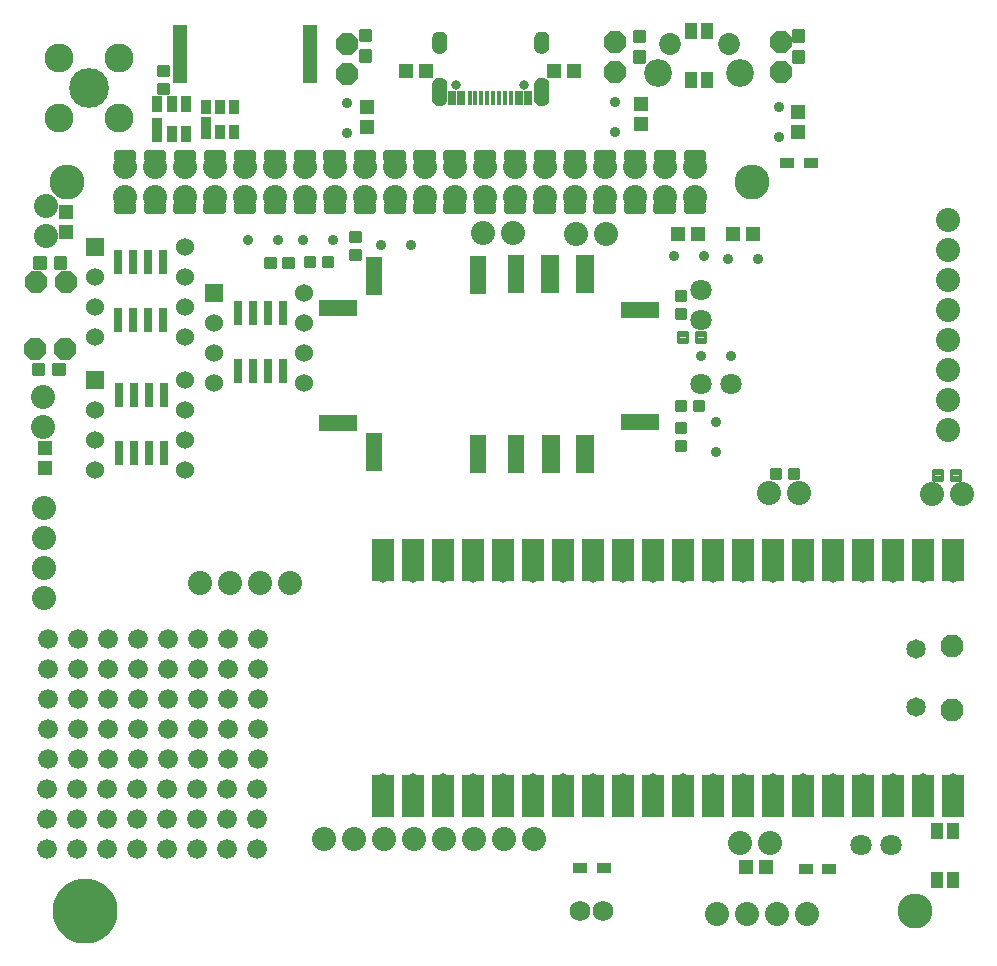
<source format=gts>
G75*
%MOIN*%
%OFA0B0*%
%FSLAX25Y25*%
%IPPOS*%
%LPD*%
%AMOC8*
5,1,8,0,0,1.08239X$1,22.5*
%
%ADD10C,0.11624*%
%ADD11C,0.05000*%
%ADD12C,0.08000*%
%ADD13C,0.02100*%
%ADD14C,0.09600*%
%ADD15C,0.13261*%
%ADD16C,0.03600*%
%ADD17OC8,0.07200*%
%ADD18R,0.04537X0.04931*%
%ADD19C,0.06506*%
%ADD20R,0.07293X0.14380*%
%ADD21C,0.07687*%
%ADD22R,0.04143X0.05521*%
%ADD23C,0.07100*%
%ADD24R,0.05600X0.12600*%
%ADD25R,0.12600X0.05600*%
%ADD26R,0.06100X0.12600*%
%ADD27R,0.06200X0.12600*%
%ADD28R,0.06000X0.06000*%
%ADD29C,0.06000*%
%ADD30C,0.01025*%
%ADD31R,0.01781X0.04537*%
%ADD32R,0.02962X0.04537*%
%ADD33C,0.03159*%
%ADD34C,0.00039*%
%ADD35R,0.02800X0.08400*%
%ADD36R,0.04537X0.03750*%
%ADD37C,0.01361*%
%ADD38R,0.03300X0.08300*%
%ADD39R,0.03300X0.05200*%
%ADD40R,0.04537X0.13592*%
%ADD41R,0.03789X0.07293*%
%ADD42R,0.03789X0.04734*%
%ADD43C,0.06899*%
%ADD44C,0.09261*%
%ADD45C,0.07293*%
%ADD46C,0.03500*%
%ADD47C,0.05000*%
%ADD48C,0.06600*%
D10*
X0062220Y0022313D03*
X0056314Y0265336D03*
X0284661Y0265336D03*
X0338913Y0022313D03*
D11*
X0053981Y0022450D02*
X0053983Y0022653D01*
X0053991Y0022855D01*
X0054003Y0023057D01*
X0054021Y0023259D01*
X0054043Y0023460D01*
X0054070Y0023661D01*
X0054103Y0023861D01*
X0054140Y0024060D01*
X0054182Y0024258D01*
X0054228Y0024456D01*
X0054280Y0024651D01*
X0054336Y0024846D01*
X0054398Y0025039D01*
X0054463Y0025231D01*
X0054534Y0025421D01*
X0054609Y0025609D01*
X0054689Y0025795D01*
X0054773Y0025979D01*
X0054862Y0026161D01*
X0054956Y0026341D01*
X0055053Y0026518D01*
X0055155Y0026693D01*
X0055262Y0026866D01*
X0055372Y0027036D01*
X0055487Y0027203D01*
X0055605Y0027367D01*
X0055728Y0027528D01*
X0055855Y0027686D01*
X0055985Y0027841D01*
X0056119Y0027993D01*
X0056257Y0028141D01*
X0056399Y0028286D01*
X0056544Y0028428D01*
X0056692Y0028566D01*
X0056844Y0028700D01*
X0056999Y0028830D01*
X0057157Y0028957D01*
X0057318Y0029080D01*
X0057482Y0029198D01*
X0057649Y0029313D01*
X0057819Y0029423D01*
X0057992Y0029530D01*
X0058167Y0029632D01*
X0058344Y0029729D01*
X0058524Y0029823D01*
X0058706Y0029912D01*
X0058890Y0029996D01*
X0059076Y0030076D01*
X0059264Y0030151D01*
X0059454Y0030222D01*
X0059646Y0030287D01*
X0059839Y0030349D01*
X0060034Y0030405D01*
X0060229Y0030457D01*
X0060427Y0030503D01*
X0060625Y0030545D01*
X0060824Y0030582D01*
X0061024Y0030615D01*
X0061225Y0030642D01*
X0061426Y0030664D01*
X0061628Y0030682D01*
X0061830Y0030694D01*
X0062032Y0030702D01*
X0062235Y0030704D01*
X0062438Y0030702D01*
X0062640Y0030694D01*
X0062842Y0030682D01*
X0063044Y0030664D01*
X0063245Y0030642D01*
X0063446Y0030615D01*
X0063646Y0030582D01*
X0063845Y0030545D01*
X0064043Y0030503D01*
X0064241Y0030457D01*
X0064436Y0030405D01*
X0064631Y0030349D01*
X0064824Y0030287D01*
X0065016Y0030222D01*
X0065206Y0030151D01*
X0065394Y0030076D01*
X0065580Y0029996D01*
X0065764Y0029912D01*
X0065946Y0029823D01*
X0066126Y0029729D01*
X0066303Y0029632D01*
X0066478Y0029530D01*
X0066651Y0029423D01*
X0066821Y0029313D01*
X0066988Y0029198D01*
X0067152Y0029080D01*
X0067313Y0028957D01*
X0067471Y0028830D01*
X0067626Y0028700D01*
X0067778Y0028566D01*
X0067926Y0028428D01*
X0068071Y0028286D01*
X0068213Y0028141D01*
X0068351Y0027993D01*
X0068485Y0027841D01*
X0068615Y0027686D01*
X0068742Y0027528D01*
X0068865Y0027367D01*
X0068983Y0027203D01*
X0069098Y0027036D01*
X0069208Y0026866D01*
X0069315Y0026693D01*
X0069417Y0026518D01*
X0069514Y0026341D01*
X0069608Y0026161D01*
X0069697Y0025979D01*
X0069781Y0025795D01*
X0069861Y0025609D01*
X0069936Y0025421D01*
X0070007Y0025231D01*
X0070072Y0025039D01*
X0070134Y0024846D01*
X0070190Y0024651D01*
X0070242Y0024456D01*
X0070288Y0024258D01*
X0070330Y0024060D01*
X0070367Y0023861D01*
X0070400Y0023661D01*
X0070427Y0023460D01*
X0070449Y0023259D01*
X0070467Y0023057D01*
X0070479Y0022855D01*
X0070487Y0022653D01*
X0070489Y0022450D01*
X0070487Y0022247D01*
X0070479Y0022045D01*
X0070467Y0021843D01*
X0070449Y0021641D01*
X0070427Y0021440D01*
X0070400Y0021239D01*
X0070367Y0021039D01*
X0070330Y0020840D01*
X0070288Y0020642D01*
X0070242Y0020444D01*
X0070190Y0020249D01*
X0070134Y0020054D01*
X0070072Y0019861D01*
X0070007Y0019669D01*
X0069936Y0019479D01*
X0069861Y0019291D01*
X0069781Y0019105D01*
X0069697Y0018921D01*
X0069608Y0018739D01*
X0069514Y0018559D01*
X0069417Y0018382D01*
X0069315Y0018207D01*
X0069208Y0018034D01*
X0069098Y0017864D01*
X0068983Y0017697D01*
X0068865Y0017533D01*
X0068742Y0017372D01*
X0068615Y0017214D01*
X0068485Y0017059D01*
X0068351Y0016907D01*
X0068213Y0016759D01*
X0068071Y0016614D01*
X0067926Y0016472D01*
X0067778Y0016334D01*
X0067626Y0016200D01*
X0067471Y0016070D01*
X0067313Y0015943D01*
X0067152Y0015820D01*
X0066988Y0015702D01*
X0066821Y0015587D01*
X0066651Y0015477D01*
X0066478Y0015370D01*
X0066303Y0015268D01*
X0066126Y0015171D01*
X0065946Y0015077D01*
X0065764Y0014988D01*
X0065580Y0014904D01*
X0065394Y0014824D01*
X0065206Y0014749D01*
X0065016Y0014678D01*
X0064824Y0014613D01*
X0064631Y0014551D01*
X0064436Y0014495D01*
X0064241Y0014443D01*
X0064043Y0014397D01*
X0063845Y0014355D01*
X0063646Y0014318D01*
X0063446Y0014285D01*
X0063245Y0014258D01*
X0063044Y0014236D01*
X0062842Y0014218D01*
X0062640Y0014206D01*
X0062438Y0014198D01*
X0062235Y0014196D01*
X0062032Y0014198D01*
X0061830Y0014206D01*
X0061628Y0014218D01*
X0061426Y0014236D01*
X0061225Y0014258D01*
X0061024Y0014285D01*
X0060824Y0014318D01*
X0060625Y0014355D01*
X0060427Y0014397D01*
X0060229Y0014443D01*
X0060034Y0014495D01*
X0059839Y0014551D01*
X0059646Y0014613D01*
X0059454Y0014678D01*
X0059264Y0014749D01*
X0059076Y0014824D01*
X0058890Y0014904D01*
X0058706Y0014988D01*
X0058524Y0015077D01*
X0058344Y0015171D01*
X0058167Y0015268D01*
X0057992Y0015370D01*
X0057819Y0015477D01*
X0057649Y0015587D01*
X0057482Y0015702D01*
X0057318Y0015820D01*
X0057157Y0015943D01*
X0056999Y0016070D01*
X0056844Y0016200D01*
X0056692Y0016334D01*
X0056544Y0016472D01*
X0056399Y0016614D01*
X0056257Y0016759D01*
X0056119Y0016907D01*
X0055985Y0017059D01*
X0055855Y0017214D01*
X0055728Y0017372D01*
X0055605Y0017533D01*
X0055487Y0017697D01*
X0055372Y0017864D01*
X0055262Y0018034D01*
X0055155Y0018207D01*
X0055053Y0018382D01*
X0054956Y0018559D01*
X0054862Y0018739D01*
X0054773Y0018921D01*
X0054689Y0019105D01*
X0054609Y0019291D01*
X0054534Y0019479D01*
X0054463Y0019669D01*
X0054398Y0019861D01*
X0054336Y0020054D01*
X0054280Y0020249D01*
X0054228Y0020444D01*
X0054182Y0020642D01*
X0054140Y0020840D01*
X0054103Y0021039D01*
X0054070Y0021239D01*
X0054043Y0021440D01*
X0054021Y0021641D01*
X0054003Y0021843D01*
X0053991Y0022045D01*
X0053983Y0022247D01*
X0053981Y0022450D01*
D12*
X0142035Y0046200D03*
X0152035Y0046200D03*
X0162035Y0046200D03*
X0172035Y0046200D03*
X0182035Y0046200D03*
X0192035Y0046200D03*
X0202035Y0046200D03*
X0212035Y0046200D03*
X0273135Y0021200D03*
X0283135Y0021200D03*
X0293135Y0021200D03*
X0303135Y0021200D03*
X0290635Y0044900D03*
X0280635Y0044900D03*
X0290435Y0161800D03*
X0300435Y0161800D03*
X0344635Y0161400D03*
X0354635Y0161400D03*
X0350135Y0182700D03*
X0350135Y0192700D03*
X0350135Y0202700D03*
X0350135Y0212700D03*
X0350135Y0222700D03*
X0350135Y0232700D03*
X0350135Y0242700D03*
X0350135Y0252700D03*
X0265645Y0260336D03*
X0255645Y0260336D03*
X0245645Y0260336D03*
X0235645Y0260336D03*
X0225645Y0260336D03*
X0215645Y0260336D03*
X0205645Y0260336D03*
X0195645Y0260336D03*
X0185645Y0260336D03*
X0175645Y0260336D03*
X0165645Y0260336D03*
X0155645Y0260336D03*
X0145645Y0260336D03*
X0135645Y0260336D03*
X0125645Y0260336D03*
X0115645Y0260336D03*
X0105645Y0260336D03*
X0095645Y0260336D03*
X0085645Y0260336D03*
X0075645Y0260336D03*
X0075645Y0270336D03*
X0085645Y0270336D03*
X0095645Y0270336D03*
X0105645Y0270336D03*
X0115645Y0270336D03*
X0125645Y0270336D03*
X0135645Y0270336D03*
X0145645Y0270336D03*
X0155645Y0270336D03*
X0165645Y0270336D03*
X0175645Y0270336D03*
X0185645Y0270336D03*
X0195645Y0270336D03*
X0205645Y0270336D03*
X0215645Y0270336D03*
X0225645Y0270336D03*
X0235645Y0270336D03*
X0245645Y0270336D03*
X0255645Y0270336D03*
X0265645Y0270336D03*
X0236035Y0248000D03*
X0226035Y0248000D03*
X0205035Y0248300D03*
X0195035Y0248300D03*
X0130535Y0131700D03*
X0120535Y0131700D03*
X0110535Y0131700D03*
X0100535Y0131700D03*
X0048635Y0126700D03*
X0048635Y0136700D03*
X0048635Y0146700D03*
X0048635Y0156700D03*
X0048335Y0183800D03*
X0048335Y0193800D03*
X0049335Y0247200D03*
X0049335Y0257200D03*
D13*
X0072895Y0255586D02*
X0078395Y0255586D01*
X0072895Y0255586D02*
X0072895Y0257686D01*
X0078395Y0257686D01*
X0078395Y0255586D01*
X0078395Y0257685D02*
X0072895Y0257685D01*
X0082895Y0255586D02*
X0088395Y0255586D01*
X0082895Y0255586D02*
X0082895Y0257686D01*
X0088395Y0257686D01*
X0088395Y0255586D01*
X0088395Y0257685D02*
X0082895Y0257685D01*
X0092695Y0255586D02*
X0098195Y0255586D01*
X0092695Y0255586D02*
X0092695Y0257686D01*
X0098195Y0257686D01*
X0098195Y0255586D01*
X0098195Y0257685D02*
X0092695Y0257685D01*
X0102795Y0255586D02*
X0108295Y0255586D01*
X0102795Y0255586D02*
X0102795Y0257686D01*
X0108295Y0257686D01*
X0108295Y0255586D01*
X0108295Y0257685D02*
X0102795Y0257685D01*
X0112995Y0255586D02*
X0118495Y0255586D01*
X0112995Y0255586D02*
X0112995Y0257686D01*
X0118495Y0257686D01*
X0118495Y0255586D01*
X0118495Y0257685D02*
X0112995Y0257685D01*
X0122995Y0255586D02*
X0128495Y0255586D01*
X0122995Y0255586D02*
X0122995Y0257686D01*
X0128495Y0257686D01*
X0128495Y0255586D01*
X0128495Y0257685D02*
X0122995Y0257685D01*
X0132895Y0255586D02*
X0138395Y0255586D01*
X0132895Y0255586D02*
X0132895Y0257686D01*
X0138395Y0257686D01*
X0138395Y0255586D01*
X0138395Y0257685D02*
X0132895Y0257685D01*
X0142995Y0255586D02*
X0148495Y0255586D01*
X0142995Y0255586D02*
X0142995Y0257686D01*
X0148495Y0257686D01*
X0148495Y0255586D01*
X0148495Y0257685D02*
X0142995Y0257685D01*
X0152895Y0255586D02*
X0158395Y0255586D01*
X0152895Y0255586D02*
X0152895Y0257686D01*
X0158395Y0257686D01*
X0158395Y0255586D01*
X0158395Y0257685D02*
X0152895Y0257685D01*
X0162895Y0255586D02*
X0168395Y0255586D01*
X0162895Y0255586D02*
X0162895Y0257686D01*
X0168395Y0257686D01*
X0168395Y0255586D01*
X0168395Y0257685D02*
X0162895Y0257685D01*
X0172795Y0255586D02*
X0178295Y0255586D01*
X0172795Y0255586D02*
X0172795Y0257686D01*
X0178295Y0257686D01*
X0178295Y0255586D01*
X0178295Y0257685D02*
X0172795Y0257685D01*
X0182795Y0255586D02*
X0188295Y0255586D01*
X0182795Y0255586D02*
X0182795Y0257686D01*
X0188295Y0257686D01*
X0188295Y0255586D01*
X0188295Y0257685D02*
X0182795Y0257685D01*
X0192995Y0255586D02*
X0198495Y0255586D01*
X0192995Y0255586D02*
X0192995Y0257686D01*
X0198495Y0257686D01*
X0198495Y0255586D01*
X0198495Y0257685D02*
X0192995Y0257685D01*
X0202995Y0255586D02*
X0208495Y0255586D01*
X0202995Y0255586D02*
X0202995Y0257686D01*
X0208495Y0257686D01*
X0208495Y0255586D01*
X0208495Y0257685D02*
X0202995Y0257685D01*
X0212795Y0255586D02*
X0218295Y0255586D01*
X0212795Y0255586D02*
X0212795Y0257686D01*
X0218295Y0257686D01*
X0218295Y0255586D01*
X0218295Y0257685D02*
X0212795Y0257685D01*
X0222995Y0255586D02*
X0228495Y0255586D01*
X0222995Y0255586D02*
X0222995Y0257686D01*
X0228495Y0257686D01*
X0228495Y0255586D01*
X0228495Y0257685D02*
X0222995Y0257685D01*
X0232795Y0255586D02*
X0238295Y0255586D01*
X0232795Y0255586D02*
X0232795Y0257686D01*
X0238295Y0257686D01*
X0238295Y0255586D01*
X0238295Y0257685D02*
X0232795Y0257685D01*
X0242995Y0255586D02*
X0248495Y0255586D01*
X0242995Y0255586D02*
X0242995Y0257686D01*
X0248495Y0257686D01*
X0248495Y0255586D01*
X0248495Y0257685D02*
X0242995Y0257685D01*
X0252795Y0255586D02*
X0258295Y0255586D01*
X0252795Y0255586D02*
X0252795Y0257686D01*
X0258295Y0257686D01*
X0258295Y0255586D01*
X0258295Y0257685D02*
X0252795Y0257685D01*
X0262995Y0255586D02*
X0268495Y0255586D01*
X0262995Y0255586D02*
X0262995Y0257686D01*
X0268495Y0257686D01*
X0268495Y0255586D01*
X0268495Y0257685D02*
X0262995Y0257685D01*
X0262895Y0272986D02*
X0268395Y0272986D01*
X0262895Y0272986D02*
X0262895Y0275086D01*
X0268395Y0275086D01*
X0268395Y0272986D01*
X0268395Y0275085D02*
X0262895Y0275085D01*
X0258395Y0272986D02*
X0252895Y0272986D01*
X0252895Y0275086D01*
X0258395Y0275086D01*
X0258395Y0272986D01*
X0258395Y0275085D02*
X0252895Y0275085D01*
X0248495Y0272986D02*
X0242995Y0272986D01*
X0242995Y0275086D01*
X0248495Y0275086D01*
X0248495Y0272986D01*
X0248495Y0275085D02*
X0242995Y0275085D01*
X0238395Y0272986D02*
X0232895Y0272986D01*
X0232895Y0275086D01*
X0238395Y0275086D01*
X0238395Y0272986D01*
X0238395Y0275085D02*
X0232895Y0275085D01*
X0228395Y0272986D02*
X0222895Y0272986D01*
X0222895Y0275086D01*
X0228395Y0275086D01*
X0228395Y0272986D01*
X0228395Y0275085D02*
X0222895Y0275085D01*
X0218395Y0272986D02*
X0212895Y0272986D01*
X0212895Y0275086D01*
X0218395Y0275086D01*
X0218395Y0272986D01*
X0218395Y0275085D02*
X0212895Y0275085D01*
X0208495Y0272986D02*
X0202995Y0272986D01*
X0202995Y0275086D01*
X0208495Y0275086D01*
X0208495Y0272986D01*
X0208495Y0275085D02*
X0202995Y0275085D01*
X0198495Y0272986D02*
X0192995Y0272986D01*
X0192995Y0275086D01*
X0198495Y0275086D01*
X0198495Y0272986D01*
X0198495Y0275085D02*
X0192995Y0275085D01*
X0188295Y0272986D02*
X0182795Y0272986D01*
X0182795Y0275086D01*
X0188295Y0275086D01*
X0188295Y0272986D01*
X0188295Y0275085D02*
X0182795Y0275085D01*
X0178295Y0272986D02*
X0172795Y0272986D01*
X0172795Y0275086D01*
X0178295Y0275086D01*
X0178295Y0272986D01*
X0178295Y0275085D02*
X0172795Y0275085D01*
X0168295Y0272986D02*
X0162795Y0272986D01*
X0162795Y0275086D01*
X0168295Y0275086D01*
X0168295Y0272986D01*
X0168295Y0275085D02*
X0162795Y0275085D01*
X0158495Y0272986D02*
X0152995Y0272986D01*
X0152995Y0275086D01*
X0158495Y0275086D01*
X0158495Y0272986D01*
X0158495Y0275085D02*
X0152995Y0275085D01*
X0148295Y0272986D02*
X0142795Y0272986D01*
X0142795Y0275086D01*
X0148295Y0275086D01*
X0148295Y0272986D01*
X0148295Y0275085D02*
X0142795Y0275085D01*
X0138395Y0272986D02*
X0132895Y0272986D01*
X0132895Y0275086D01*
X0138395Y0275086D01*
X0138395Y0272986D01*
X0138395Y0275085D02*
X0132895Y0275085D01*
X0128395Y0272986D02*
X0122895Y0272986D01*
X0122895Y0275086D01*
X0128395Y0275086D01*
X0128395Y0272986D01*
X0128395Y0275085D02*
X0122895Y0275085D01*
X0118395Y0272986D02*
X0112895Y0272986D01*
X0112895Y0275086D01*
X0118395Y0275086D01*
X0118395Y0272986D01*
X0118395Y0275085D02*
X0112895Y0275085D01*
X0108495Y0272986D02*
X0102995Y0272986D01*
X0102995Y0275086D01*
X0108495Y0275086D01*
X0108495Y0272986D01*
X0108495Y0275085D02*
X0102995Y0275085D01*
X0098395Y0272986D02*
X0092895Y0272986D01*
X0092895Y0275086D01*
X0098395Y0275086D01*
X0098395Y0272986D01*
X0098395Y0275085D02*
X0092895Y0275085D01*
X0088395Y0272986D02*
X0082895Y0272986D01*
X0082895Y0275086D01*
X0088395Y0275086D01*
X0088395Y0272986D01*
X0088395Y0275085D02*
X0082895Y0275085D01*
X0078445Y0273036D02*
X0072945Y0273036D01*
X0072945Y0275136D01*
X0078445Y0275136D01*
X0078445Y0273036D01*
X0078445Y0275135D02*
X0072945Y0275135D01*
D14*
X0073627Y0286607D03*
X0073627Y0306607D03*
X0053627Y0306607D03*
X0053627Y0286607D03*
D15*
X0063627Y0296607D03*
D16*
X0116835Y0245900D03*
X0126835Y0245900D03*
X0126835Y0245900D03*
X0135135Y0246000D03*
X0145135Y0246000D03*
X0145135Y0246000D03*
X0161135Y0244500D03*
X0161135Y0244500D03*
X0171135Y0244500D03*
X0149735Y0281750D03*
X0149735Y0281750D03*
X0149735Y0291750D03*
X0238935Y0292100D03*
X0238935Y0282100D03*
X0238935Y0282100D03*
X0258635Y0240600D03*
X0258635Y0240600D03*
X0268635Y0240600D03*
X0276535Y0239600D03*
X0286535Y0239600D03*
X0286535Y0239600D03*
X0277835Y0207500D03*
X0267835Y0207500D03*
X0267835Y0207500D03*
X0272735Y0185300D03*
X0272735Y0175300D03*
X0272735Y0175300D03*
X0293785Y0280300D03*
X0293785Y0280300D03*
X0293785Y0290300D03*
D17*
X0294235Y0302100D03*
X0294235Y0312100D03*
X0238885Y0312000D03*
X0238885Y0302000D03*
X0149635Y0301450D03*
X0149635Y0311450D03*
X0056035Y0231900D03*
X0046035Y0231900D03*
X0045835Y0209700D03*
X0055835Y0209700D03*
D18*
X0049035Y0176846D03*
X0049035Y0170154D03*
X0056135Y0248654D03*
X0056135Y0255346D03*
X0156335Y0283654D03*
X0156335Y0290346D03*
X0169488Y0302200D03*
X0176181Y0302200D03*
X0218788Y0302400D03*
X0225481Y0302400D03*
X0247635Y0291446D03*
X0247635Y0284754D03*
X0260088Y0248100D03*
X0266781Y0248100D03*
X0278288Y0248100D03*
X0284981Y0248100D03*
X0300135Y0282054D03*
X0300135Y0288746D03*
X0289481Y0036900D03*
X0282788Y0036900D03*
D19*
X0281835Y0065000D03*
X0291835Y0065000D03*
X0301835Y0065000D03*
X0311835Y0065000D03*
X0321835Y0065000D03*
X0331835Y0065000D03*
X0341835Y0065000D03*
X0351835Y0065000D03*
X0339394Y0090453D03*
X0339394Y0109547D03*
X0341835Y0135000D03*
X0351835Y0135000D03*
X0331835Y0135000D03*
X0321835Y0135000D03*
X0311835Y0135000D03*
X0301835Y0135000D03*
X0291835Y0135000D03*
X0281835Y0135000D03*
X0271835Y0135000D03*
X0261835Y0135000D03*
X0251835Y0135000D03*
X0241835Y0135000D03*
X0231835Y0135000D03*
X0221835Y0135000D03*
X0211835Y0135000D03*
X0201835Y0135000D03*
X0191835Y0135000D03*
X0181835Y0135000D03*
X0171835Y0135000D03*
X0161835Y0135000D03*
X0161835Y0065000D03*
X0171835Y0065000D03*
X0181835Y0065000D03*
X0191835Y0065000D03*
X0201835Y0065000D03*
X0211835Y0065000D03*
X0221835Y0065000D03*
X0231835Y0065000D03*
X0241835Y0065000D03*
X0251835Y0065000D03*
X0261835Y0065000D03*
X0271835Y0065000D03*
D20*
X0271835Y0060630D03*
X0281835Y0060630D03*
X0291835Y0060630D03*
X0301835Y0060630D03*
X0311835Y0060630D03*
X0321835Y0060630D03*
X0331835Y0060630D03*
X0341835Y0060630D03*
X0351835Y0060630D03*
X0351835Y0139370D03*
X0341835Y0139370D03*
X0331835Y0139370D03*
X0321835Y0139370D03*
X0311835Y0139370D03*
X0301835Y0139370D03*
X0291835Y0139370D03*
X0281835Y0139370D03*
X0271835Y0139370D03*
X0261835Y0139370D03*
X0251835Y0139370D03*
X0241835Y0139370D03*
X0231835Y0139370D03*
X0221835Y0139370D03*
X0211835Y0139370D03*
X0201835Y0139370D03*
X0191835Y0139370D03*
X0181835Y0139370D03*
X0171835Y0139370D03*
X0161835Y0139370D03*
X0161835Y0060630D03*
X0171835Y0060630D03*
X0181835Y0060630D03*
X0191835Y0060630D03*
X0201835Y0060630D03*
X0211835Y0060630D03*
X0221835Y0060630D03*
X0231835Y0060630D03*
X0241835Y0060630D03*
X0251835Y0060630D03*
X0261835Y0060630D03*
D21*
X0351323Y0089272D03*
X0351323Y0110728D03*
D22*
X0351597Y0048866D03*
X0346243Y0048866D03*
X0346282Y0032528D03*
X0351597Y0032528D03*
X0269797Y0299428D03*
X0264482Y0299428D03*
X0264443Y0315766D03*
X0269797Y0315766D03*
D23*
X0267835Y0229500D03*
X0267835Y0219500D03*
X0267835Y0198000D03*
X0277835Y0198000D03*
X0321035Y0044500D03*
X0331035Y0044500D03*
D24*
X0206009Y0174705D03*
X0193189Y0174705D03*
X0158669Y0175205D03*
X0158788Y0234008D03*
X0193504Y0234441D03*
X0206004Y0234551D03*
D25*
X0247287Y0222705D03*
X0247268Y0185205D03*
X0146748Y0185008D03*
X0146768Y0223508D03*
D26*
X0217504Y0234661D03*
X0217528Y0174705D03*
X0229048Y0174705D03*
D27*
X0229004Y0234772D03*
D28*
X0105435Y0228200D03*
X0065535Y0243700D03*
X0065835Y0199500D03*
D29*
X0065835Y0189500D03*
X0065835Y0179500D03*
X0065835Y0169500D03*
X0095835Y0169500D03*
X0095835Y0179500D03*
X0095835Y0189500D03*
X0095835Y0199500D03*
X0105435Y0198200D03*
X0105435Y0208200D03*
X0105435Y0218200D03*
X0095535Y0213700D03*
X0095535Y0223700D03*
X0095535Y0233700D03*
X0095535Y0243700D03*
X0065535Y0233700D03*
X0065535Y0223700D03*
X0065535Y0213700D03*
X0135435Y0218200D03*
X0135435Y0208200D03*
X0135435Y0198200D03*
X0135435Y0228200D03*
D30*
X0135597Y0240338D02*
X0138673Y0240338D01*
X0138673Y0237262D01*
X0135597Y0237262D01*
X0135597Y0240338D01*
X0135597Y0238286D02*
X0138673Y0238286D01*
X0138673Y0239310D02*
X0135597Y0239310D01*
X0135597Y0240334D02*
X0138673Y0240334D01*
X0141597Y0240338D02*
X0144673Y0240338D01*
X0144673Y0237262D01*
X0141597Y0237262D01*
X0141597Y0240338D01*
X0141597Y0238286D02*
X0144673Y0238286D01*
X0144673Y0239310D02*
X0141597Y0239310D01*
X0141597Y0240334D02*
X0144673Y0240334D01*
X0150797Y0239762D02*
X0150797Y0242838D01*
X0153873Y0242838D01*
X0153873Y0239762D01*
X0150797Y0239762D01*
X0150797Y0240786D02*
X0153873Y0240786D01*
X0153873Y0241810D02*
X0150797Y0241810D01*
X0150797Y0242834D02*
X0153873Y0242834D01*
X0150797Y0245762D02*
X0150797Y0248838D01*
X0153873Y0248838D01*
X0153873Y0245762D01*
X0150797Y0245762D01*
X0150797Y0246786D02*
X0153873Y0246786D01*
X0153873Y0247810D02*
X0150797Y0247810D01*
X0150797Y0248834D02*
X0153873Y0248834D01*
X0131573Y0236962D02*
X0128497Y0236962D01*
X0128497Y0240038D01*
X0131573Y0240038D01*
X0131573Y0236962D01*
X0131573Y0237986D02*
X0128497Y0237986D01*
X0128497Y0239010D02*
X0131573Y0239010D01*
X0131573Y0240034D02*
X0128497Y0240034D01*
X0125573Y0236962D02*
X0122497Y0236962D01*
X0122497Y0240038D01*
X0125573Y0240038D01*
X0125573Y0236962D01*
X0125573Y0237986D02*
X0122497Y0237986D01*
X0122497Y0239010D02*
X0125573Y0239010D01*
X0125573Y0240034D02*
X0122497Y0240034D01*
X0086797Y0294862D02*
X0086797Y0297938D01*
X0089873Y0297938D01*
X0089873Y0294862D01*
X0086797Y0294862D01*
X0086797Y0295886D02*
X0089873Y0295886D01*
X0089873Y0296910D02*
X0086797Y0296910D01*
X0086797Y0297934D02*
X0089873Y0297934D01*
X0086797Y0300862D02*
X0086797Y0303938D01*
X0089873Y0303938D01*
X0089873Y0300862D01*
X0086797Y0300862D01*
X0086797Y0301886D02*
X0089873Y0301886D01*
X0089873Y0302910D02*
X0086797Y0302910D01*
X0086797Y0303934D02*
X0089873Y0303934D01*
X0259197Y0228938D02*
X0259197Y0225862D01*
X0259197Y0228938D02*
X0262273Y0228938D01*
X0262273Y0225862D01*
X0259197Y0225862D01*
X0259197Y0226886D02*
X0262273Y0226886D01*
X0262273Y0227910D02*
X0259197Y0227910D01*
X0259197Y0228934D02*
X0262273Y0228934D01*
X0259197Y0222938D02*
X0259197Y0219862D01*
X0259197Y0222938D02*
X0262273Y0222938D01*
X0262273Y0219862D01*
X0259197Y0219862D01*
X0259197Y0220886D02*
X0262273Y0220886D01*
X0262273Y0221910D02*
X0259197Y0221910D01*
X0259197Y0222934D02*
X0262273Y0222934D01*
X0262973Y0212162D02*
X0259897Y0212162D01*
X0259897Y0215238D01*
X0262973Y0215238D01*
X0262973Y0212162D01*
X0262973Y0213186D02*
X0259897Y0213186D01*
X0259897Y0214210D02*
X0262973Y0214210D01*
X0262973Y0215234D02*
X0259897Y0215234D01*
X0265897Y0212162D02*
X0268973Y0212162D01*
X0265897Y0212162D02*
X0265897Y0215238D01*
X0268973Y0215238D01*
X0268973Y0212162D01*
X0268973Y0213186D02*
X0265897Y0213186D01*
X0265897Y0214210D02*
X0268973Y0214210D01*
X0268973Y0215234D02*
X0265897Y0215234D01*
X0265397Y0192438D02*
X0268473Y0192438D01*
X0268473Y0189362D01*
X0265397Y0189362D01*
X0265397Y0192438D01*
X0265397Y0190386D02*
X0268473Y0190386D01*
X0268473Y0191410D02*
X0265397Y0191410D01*
X0265397Y0192434D02*
X0268473Y0192434D01*
X0262473Y0192438D02*
X0259397Y0192438D01*
X0262473Y0192438D02*
X0262473Y0189362D01*
X0259397Y0189362D01*
X0259397Y0192438D01*
X0259397Y0190386D02*
X0262473Y0190386D01*
X0262473Y0191410D02*
X0259397Y0191410D01*
X0259397Y0192434D02*
X0262473Y0192434D01*
X0259197Y0185038D02*
X0259197Y0181962D01*
X0259197Y0185038D02*
X0262273Y0185038D01*
X0262273Y0181962D01*
X0259197Y0181962D01*
X0259197Y0182986D02*
X0262273Y0182986D01*
X0262273Y0184010D02*
X0259197Y0184010D01*
X0259197Y0185034D02*
X0262273Y0185034D01*
X0259197Y0179038D02*
X0259197Y0175962D01*
X0259197Y0179038D02*
X0262273Y0179038D01*
X0262273Y0175962D01*
X0259197Y0175962D01*
X0259197Y0176986D02*
X0262273Y0176986D01*
X0262273Y0178010D02*
X0259197Y0178010D01*
X0259197Y0179034D02*
X0262273Y0179034D01*
X0290897Y0166562D02*
X0293973Y0166562D01*
X0290897Y0166562D02*
X0290897Y0169638D01*
X0293973Y0169638D01*
X0293973Y0166562D01*
X0293973Y0167586D02*
X0290897Y0167586D01*
X0290897Y0168610D02*
X0293973Y0168610D01*
X0293973Y0169634D02*
X0290897Y0169634D01*
X0296897Y0166562D02*
X0299973Y0166562D01*
X0296897Y0166562D02*
X0296897Y0169638D01*
X0299973Y0169638D01*
X0299973Y0166562D01*
X0299973Y0167586D02*
X0296897Y0167586D01*
X0296897Y0168610D02*
X0299973Y0168610D01*
X0299973Y0169634D02*
X0296897Y0169634D01*
X0344897Y0166162D02*
X0347973Y0166162D01*
X0344897Y0166162D02*
X0344897Y0169238D01*
X0347973Y0169238D01*
X0347973Y0166162D01*
X0347973Y0167186D02*
X0344897Y0167186D01*
X0344897Y0168210D02*
X0347973Y0168210D01*
X0347973Y0169234D02*
X0344897Y0169234D01*
X0350897Y0166162D02*
X0353973Y0166162D01*
X0350897Y0166162D02*
X0350897Y0169238D01*
X0353973Y0169238D01*
X0353973Y0166162D01*
X0353973Y0167186D02*
X0350897Y0167186D01*
X0350897Y0168210D02*
X0353973Y0168210D01*
X0353973Y0169234D02*
X0350897Y0169234D01*
D31*
X0204325Y0293239D03*
X0202356Y0293239D03*
X0200387Y0293239D03*
X0198419Y0293239D03*
X0196450Y0293239D03*
X0194482Y0293239D03*
X0192513Y0293239D03*
X0190545Y0293239D03*
D32*
X0187789Y0293239D03*
X0184738Y0293239D03*
X0207080Y0293239D03*
X0210132Y0293239D03*
D33*
X0208813Y0297589D03*
X0186057Y0297589D03*
D34*
X0182789Y0297590D02*
X0178065Y0297590D01*
X0178065Y0297628D02*
X0182789Y0297628D01*
X0182789Y0297666D02*
X0178065Y0297666D01*
X0178065Y0297704D02*
X0182789Y0297704D01*
X0182789Y0297742D02*
X0178065Y0297742D01*
X0178065Y0297779D02*
X0182789Y0297779D01*
X0182789Y0297817D02*
X0178065Y0297817D01*
X0178065Y0297855D02*
X0182789Y0297855D01*
X0182789Y0297884D02*
X0182708Y0298383D01*
X0182519Y0298851D01*
X0182230Y0299266D01*
X0181856Y0299606D01*
X0181416Y0299854D01*
X0180931Y0299998D01*
X0180427Y0300030D01*
X0179923Y0299998D01*
X0179438Y0299854D01*
X0178998Y0299606D01*
X0178624Y0299266D01*
X0178335Y0298851D01*
X0178145Y0298383D01*
X0178065Y0297884D01*
X0178065Y0293160D01*
X0178141Y0292656D01*
X0178328Y0292182D01*
X0178616Y0291762D01*
X0178990Y0291416D01*
X0179432Y0291162D01*
X0179919Y0291012D01*
X0180427Y0290975D01*
X0180872Y0291001D01*
X0181304Y0291114D01*
X0181705Y0291309D01*
X0182061Y0291578D01*
X0182357Y0291912D01*
X0182582Y0292297D01*
X0182728Y0292718D01*
X0182789Y0293160D01*
X0182789Y0297884D01*
X0182788Y0297893D02*
X0178066Y0297893D01*
X0178072Y0297931D02*
X0182782Y0297931D01*
X0182775Y0297969D02*
X0178078Y0297969D01*
X0178084Y0298007D02*
X0182769Y0298007D01*
X0182763Y0298045D02*
X0178091Y0298045D01*
X0178097Y0298082D02*
X0182757Y0298082D01*
X0182751Y0298120D02*
X0178103Y0298120D01*
X0178109Y0298158D02*
X0182745Y0298158D01*
X0182739Y0298196D02*
X0178115Y0298196D01*
X0178121Y0298234D02*
X0182733Y0298234D01*
X0182726Y0298272D02*
X0178127Y0298272D01*
X0178133Y0298310D02*
X0182720Y0298310D01*
X0182714Y0298348D02*
X0178140Y0298348D01*
X0178146Y0298385D02*
X0182707Y0298385D01*
X0182692Y0298423D02*
X0178162Y0298423D01*
X0178177Y0298461D02*
X0182677Y0298461D01*
X0182661Y0298499D02*
X0178192Y0298499D01*
X0178208Y0298537D02*
X0182646Y0298537D01*
X0182631Y0298575D02*
X0178223Y0298575D01*
X0178238Y0298613D02*
X0182615Y0298613D01*
X0182600Y0298651D02*
X0178254Y0298651D01*
X0178269Y0298689D02*
X0182585Y0298689D01*
X0182570Y0298726D02*
X0178284Y0298726D01*
X0178300Y0298764D02*
X0182554Y0298764D01*
X0182539Y0298802D02*
X0178315Y0298802D01*
X0178330Y0298840D02*
X0182523Y0298840D01*
X0182500Y0298878D02*
X0178353Y0298878D01*
X0178380Y0298916D02*
X0182474Y0298916D01*
X0182448Y0298954D02*
X0178406Y0298954D01*
X0178433Y0298992D02*
X0182421Y0298992D01*
X0182395Y0299029D02*
X0178459Y0299029D01*
X0178485Y0299067D02*
X0182368Y0299067D01*
X0182342Y0299105D02*
X0178512Y0299105D01*
X0178538Y0299143D02*
X0182315Y0299143D01*
X0182289Y0299181D02*
X0178565Y0299181D01*
X0178591Y0299219D02*
X0182263Y0299219D01*
X0182236Y0299257D02*
X0178618Y0299257D01*
X0178656Y0299295D02*
X0182198Y0299295D01*
X0182157Y0299333D02*
X0178697Y0299333D01*
X0178739Y0299370D02*
X0182115Y0299370D01*
X0182073Y0299408D02*
X0178781Y0299408D01*
X0178822Y0299446D02*
X0182031Y0299446D01*
X0181990Y0299484D02*
X0178864Y0299484D01*
X0178906Y0299522D02*
X0181948Y0299522D01*
X0181906Y0299560D02*
X0178947Y0299560D01*
X0178989Y0299598D02*
X0181865Y0299598D01*
X0181803Y0299636D02*
X0179051Y0299636D01*
X0179118Y0299673D02*
X0181735Y0299673D01*
X0181668Y0299711D02*
X0179186Y0299711D01*
X0179253Y0299749D02*
X0181601Y0299749D01*
X0181534Y0299787D02*
X0179320Y0299787D01*
X0179387Y0299825D02*
X0181466Y0299825D01*
X0181385Y0299863D02*
X0179469Y0299863D01*
X0179597Y0299901D02*
X0181257Y0299901D01*
X0181129Y0299939D02*
X0179724Y0299939D01*
X0179852Y0299977D02*
X0181002Y0299977D01*
X0180668Y0300014D02*
X0180185Y0300014D01*
X0178065Y0297552D02*
X0182789Y0297552D01*
X0182789Y0297514D02*
X0178065Y0297514D01*
X0178065Y0297476D02*
X0182789Y0297476D01*
X0182789Y0297438D02*
X0178065Y0297438D01*
X0178065Y0297401D02*
X0182789Y0297401D01*
X0182789Y0297363D02*
X0178065Y0297363D01*
X0178065Y0297325D02*
X0182789Y0297325D01*
X0182789Y0297287D02*
X0178065Y0297287D01*
X0178065Y0297249D02*
X0182789Y0297249D01*
X0182789Y0297211D02*
X0178065Y0297211D01*
X0178065Y0297173D02*
X0182789Y0297173D01*
X0182789Y0297135D02*
X0178065Y0297135D01*
X0178065Y0297098D02*
X0182789Y0297098D01*
X0182789Y0297060D02*
X0178065Y0297060D01*
X0178065Y0297022D02*
X0182789Y0297022D01*
X0182789Y0296984D02*
X0178065Y0296984D01*
X0178065Y0296946D02*
X0182789Y0296946D01*
X0182789Y0296908D02*
X0178065Y0296908D01*
X0178065Y0296870D02*
X0182789Y0296870D01*
X0182789Y0296832D02*
X0178065Y0296832D01*
X0178065Y0296794D02*
X0182789Y0296794D01*
X0182789Y0296757D02*
X0178065Y0296757D01*
X0178065Y0296719D02*
X0182789Y0296719D01*
X0182789Y0296681D02*
X0178065Y0296681D01*
X0178065Y0296643D02*
X0182789Y0296643D01*
X0182789Y0296605D02*
X0178065Y0296605D01*
X0178065Y0296567D02*
X0182789Y0296567D01*
X0182789Y0296529D02*
X0178065Y0296529D01*
X0178065Y0296491D02*
X0182789Y0296491D01*
X0182789Y0296454D02*
X0178065Y0296454D01*
X0178065Y0296416D02*
X0182789Y0296416D01*
X0182789Y0296378D02*
X0178065Y0296378D01*
X0178065Y0296340D02*
X0182789Y0296340D01*
X0182789Y0296302D02*
X0178065Y0296302D01*
X0178065Y0296264D02*
X0182789Y0296264D01*
X0182789Y0296226D02*
X0178065Y0296226D01*
X0178065Y0296188D02*
X0182789Y0296188D01*
X0182789Y0296150D02*
X0178065Y0296150D01*
X0178065Y0296113D02*
X0182789Y0296113D01*
X0182789Y0296075D02*
X0178065Y0296075D01*
X0178065Y0296037D02*
X0182789Y0296037D01*
X0182789Y0295999D02*
X0178065Y0295999D01*
X0178065Y0295961D02*
X0182789Y0295961D01*
X0182789Y0295923D02*
X0178065Y0295923D01*
X0178065Y0295885D02*
X0182789Y0295885D01*
X0182789Y0295847D02*
X0178065Y0295847D01*
X0178065Y0295810D02*
X0182789Y0295810D01*
X0182789Y0295772D02*
X0178065Y0295772D01*
X0178065Y0295734D02*
X0182789Y0295734D01*
X0182789Y0295696D02*
X0178065Y0295696D01*
X0178065Y0295658D02*
X0182789Y0295658D01*
X0182789Y0295620D02*
X0178065Y0295620D01*
X0178065Y0295582D02*
X0182789Y0295582D01*
X0182789Y0295544D02*
X0178065Y0295544D01*
X0178065Y0295507D02*
X0182789Y0295507D01*
X0182789Y0295469D02*
X0178065Y0295469D01*
X0178065Y0295431D02*
X0182789Y0295431D01*
X0182789Y0295393D02*
X0178065Y0295393D01*
X0178065Y0295355D02*
X0182789Y0295355D01*
X0182789Y0295317D02*
X0178065Y0295317D01*
X0178065Y0295279D02*
X0182789Y0295279D01*
X0182789Y0295241D02*
X0178065Y0295241D01*
X0178065Y0295203D02*
X0182789Y0295203D01*
X0182789Y0295166D02*
X0178065Y0295166D01*
X0178065Y0295128D02*
X0182789Y0295128D01*
X0182789Y0295090D02*
X0178065Y0295090D01*
X0178065Y0295052D02*
X0182789Y0295052D01*
X0182789Y0295014D02*
X0178065Y0295014D01*
X0178065Y0294976D02*
X0182789Y0294976D01*
X0182789Y0294938D02*
X0178065Y0294938D01*
X0178065Y0294900D02*
X0182789Y0294900D01*
X0182789Y0294863D02*
X0178065Y0294863D01*
X0178065Y0294825D02*
X0182789Y0294825D01*
X0182789Y0294787D02*
X0178065Y0294787D01*
X0178065Y0294749D02*
X0182789Y0294749D01*
X0182789Y0294711D02*
X0178065Y0294711D01*
X0178065Y0294673D02*
X0182789Y0294673D01*
X0182789Y0294635D02*
X0178065Y0294635D01*
X0178065Y0294597D02*
X0182789Y0294597D01*
X0182789Y0294559D02*
X0178065Y0294559D01*
X0178065Y0294522D02*
X0182789Y0294522D01*
X0182789Y0294484D02*
X0178065Y0294484D01*
X0178065Y0294446D02*
X0182789Y0294446D01*
X0182789Y0294408D02*
X0178065Y0294408D01*
X0178065Y0294370D02*
X0182789Y0294370D01*
X0182789Y0294332D02*
X0178065Y0294332D01*
X0178065Y0294294D02*
X0182789Y0294294D01*
X0182789Y0294256D02*
X0178065Y0294256D01*
X0178065Y0294219D02*
X0182789Y0294219D01*
X0182789Y0294181D02*
X0178065Y0294181D01*
X0178065Y0294143D02*
X0182789Y0294143D01*
X0182789Y0294105D02*
X0178065Y0294105D01*
X0178065Y0294067D02*
X0182789Y0294067D01*
X0182789Y0294029D02*
X0178065Y0294029D01*
X0178065Y0293991D02*
X0182789Y0293991D01*
X0182789Y0293953D02*
X0178065Y0293953D01*
X0178065Y0293915D02*
X0182789Y0293915D01*
X0182789Y0293878D02*
X0178065Y0293878D01*
X0178065Y0293840D02*
X0182789Y0293840D01*
X0182789Y0293802D02*
X0178065Y0293802D01*
X0178065Y0293764D02*
X0182789Y0293764D01*
X0182789Y0293726D02*
X0178065Y0293726D01*
X0178065Y0293688D02*
X0182789Y0293688D01*
X0182789Y0293650D02*
X0178065Y0293650D01*
X0178065Y0293612D02*
X0182789Y0293612D01*
X0182789Y0293575D02*
X0178065Y0293575D01*
X0178065Y0293537D02*
X0182789Y0293537D01*
X0182789Y0293499D02*
X0178065Y0293499D01*
X0178065Y0293461D02*
X0182789Y0293461D01*
X0182789Y0293423D02*
X0178065Y0293423D01*
X0178065Y0293385D02*
X0182789Y0293385D01*
X0182789Y0293347D02*
X0178065Y0293347D01*
X0178065Y0293309D02*
X0182789Y0293309D01*
X0182789Y0293272D02*
X0178065Y0293272D01*
X0178065Y0293234D02*
X0182789Y0293234D01*
X0182789Y0293196D02*
X0178065Y0293196D01*
X0178065Y0293158D02*
X0182789Y0293158D01*
X0182784Y0293120D02*
X0178071Y0293120D01*
X0178077Y0293082D02*
X0182778Y0293082D01*
X0182773Y0293044D02*
X0178082Y0293044D01*
X0178088Y0293006D02*
X0182768Y0293006D01*
X0182763Y0292968D02*
X0178094Y0292968D01*
X0178100Y0292931D02*
X0182757Y0292931D01*
X0182752Y0292893D02*
X0178105Y0292893D01*
X0178111Y0292855D02*
X0182747Y0292855D01*
X0182742Y0292817D02*
X0178117Y0292817D01*
X0178123Y0292779D02*
X0182737Y0292779D01*
X0182731Y0292741D02*
X0178128Y0292741D01*
X0178134Y0292703D02*
X0182723Y0292703D01*
X0182710Y0292665D02*
X0178140Y0292665D01*
X0178153Y0292628D02*
X0182697Y0292628D01*
X0182684Y0292590D02*
X0178168Y0292590D01*
X0178183Y0292552D02*
X0182671Y0292552D01*
X0182657Y0292514D02*
X0178197Y0292514D01*
X0178212Y0292476D02*
X0182644Y0292476D01*
X0182631Y0292438D02*
X0178227Y0292438D01*
X0178242Y0292400D02*
X0182618Y0292400D01*
X0182605Y0292362D02*
X0178257Y0292362D01*
X0178272Y0292324D02*
X0182592Y0292324D01*
X0182576Y0292287D02*
X0178287Y0292287D01*
X0178302Y0292249D02*
X0182554Y0292249D01*
X0182532Y0292211D02*
X0178317Y0292211D01*
X0178335Y0292173D02*
X0182510Y0292173D01*
X0182488Y0292135D02*
X0178360Y0292135D01*
X0178386Y0292097D02*
X0182465Y0292097D01*
X0182443Y0292059D02*
X0178412Y0292059D01*
X0178438Y0292021D02*
X0182421Y0292021D01*
X0182399Y0291984D02*
X0178464Y0291984D01*
X0178490Y0291946D02*
X0182377Y0291946D01*
X0182353Y0291908D02*
X0178516Y0291908D01*
X0178542Y0291870D02*
X0182320Y0291870D01*
X0182286Y0291832D02*
X0178568Y0291832D01*
X0178594Y0291794D02*
X0182252Y0291794D01*
X0182219Y0291756D02*
X0178622Y0291756D01*
X0178663Y0291718D02*
X0182185Y0291718D01*
X0182151Y0291680D02*
X0178704Y0291680D01*
X0178745Y0291643D02*
X0182118Y0291643D01*
X0182084Y0291605D02*
X0178786Y0291605D01*
X0178826Y0291567D02*
X0182046Y0291567D01*
X0181996Y0291529D02*
X0178867Y0291529D01*
X0178908Y0291491D02*
X0181946Y0291491D01*
X0181896Y0291453D02*
X0178949Y0291453D01*
X0178990Y0291415D02*
X0181846Y0291415D01*
X0181796Y0291377D02*
X0179056Y0291377D01*
X0179122Y0291340D02*
X0181746Y0291340D01*
X0181690Y0291302D02*
X0179188Y0291302D01*
X0179254Y0291264D02*
X0181612Y0291264D01*
X0181534Y0291226D02*
X0179320Y0291226D01*
X0179386Y0291188D02*
X0181456Y0291188D01*
X0181378Y0291150D02*
X0179469Y0291150D01*
X0179592Y0291112D02*
X0181297Y0291112D01*
X0181152Y0291074D02*
X0179716Y0291074D01*
X0179839Y0291037D02*
X0181007Y0291037D01*
X0180829Y0290999D02*
X0180102Y0290999D01*
X0180427Y0308416D02*
X0179964Y0308463D01*
X0179520Y0308600D01*
X0179111Y0308821D01*
X0178752Y0309117D01*
X0178459Y0309478D01*
X0178241Y0309889D01*
X0178108Y0310335D01*
X0178065Y0310798D01*
X0178065Y0313160D01*
X0178112Y0313619D01*
X0178247Y0314059D01*
X0178467Y0314465D01*
X0178761Y0314820D01*
X0179118Y0315111D01*
X0179526Y0315327D01*
X0179968Y0315459D01*
X0180427Y0315502D01*
X0180951Y0315446D01*
X0181448Y0315274D01*
X0181896Y0314995D01*
X0182270Y0314624D01*
X0182552Y0314180D01*
X0182728Y0313683D01*
X0182789Y0313160D01*
X0182789Y0310798D01*
X0182732Y0310270D01*
X0182558Y0309767D01*
X0182278Y0309317D01*
X0181904Y0308939D01*
X0181455Y0308655D01*
X0180954Y0308477D01*
X0180427Y0308416D01*
X0180498Y0308424D02*
X0180346Y0308424D01*
X0179977Y0308462D02*
X0180822Y0308462D01*
X0181018Y0308500D02*
X0179845Y0308500D01*
X0179722Y0308538D02*
X0181125Y0308538D01*
X0181231Y0308576D02*
X0179599Y0308576D01*
X0179495Y0308613D02*
X0181338Y0308613D01*
X0181445Y0308651D02*
X0179425Y0308651D01*
X0179355Y0308689D02*
X0181509Y0308689D01*
X0181569Y0308727D02*
X0179285Y0308727D01*
X0179214Y0308765D02*
X0181629Y0308765D01*
X0181688Y0308803D02*
X0179144Y0308803D01*
X0179087Y0308841D02*
X0181748Y0308841D01*
X0181808Y0308879D02*
X0179041Y0308879D01*
X0178995Y0308917D02*
X0181868Y0308917D01*
X0181919Y0308954D02*
X0178949Y0308954D01*
X0178904Y0308992D02*
X0181956Y0308992D01*
X0181994Y0309030D02*
X0178858Y0309030D01*
X0178812Y0309068D02*
X0182031Y0309068D01*
X0182069Y0309106D02*
X0178766Y0309106D01*
X0178731Y0309144D02*
X0182106Y0309144D01*
X0182144Y0309182D02*
X0178700Y0309182D01*
X0178669Y0309220D02*
X0182182Y0309220D01*
X0182219Y0309257D02*
X0178639Y0309257D01*
X0178608Y0309295D02*
X0182257Y0309295D01*
X0182288Y0309333D02*
X0178577Y0309333D01*
X0178546Y0309371D02*
X0182312Y0309371D01*
X0182335Y0309409D02*
X0178515Y0309409D01*
X0178484Y0309447D02*
X0182359Y0309447D01*
X0182382Y0309485D02*
X0178455Y0309485D01*
X0178435Y0309523D02*
X0182406Y0309523D01*
X0182430Y0309561D02*
X0178415Y0309561D01*
X0178395Y0309598D02*
X0182453Y0309598D01*
X0182477Y0309636D02*
X0178375Y0309636D01*
X0178355Y0309674D02*
X0182500Y0309674D01*
X0182524Y0309712D02*
X0178335Y0309712D01*
X0178315Y0309750D02*
X0182548Y0309750D01*
X0182565Y0309788D02*
X0178295Y0309788D01*
X0178275Y0309826D02*
X0182579Y0309826D01*
X0182592Y0309864D02*
X0178255Y0309864D01*
X0178238Y0309901D02*
X0182605Y0309901D01*
X0182618Y0309939D02*
X0178226Y0309939D01*
X0178215Y0309977D02*
X0182631Y0309977D01*
X0182644Y0310015D02*
X0178204Y0310015D01*
X0178193Y0310053D02*
X0182657Y0310053D01*
X0182670Y0310091D02*
X0178181Y0310091D01*
X0178170Y0310129D02*
X0182683Y0310129D01*
X0182696Y0310167D02*
X0178159Y0310167D01*
X0178147Y0310204D02*
X0182709Y0310204D01*
X0182722Y0310242D02*
X0178136Y0310242D01*
X0178125Y0310280D02*
X0182733Y0310280D01*
X0182737Y0310318D02*
X0178113Y0310318D01*
X0178106Y0310356D02*
X0182741Y0310356D01*
X0182745Y0310394D02*
X0178103Y0310394D01*
X0178099Y0310432D02*
X0182749Y0310432D01*
X0182754Y0310470D02*
X0178096Y0310470D01*
X0178092Y0310508D02*
X0182758Y0310508D01*
X0182762Y0310545D02*
X0178088Y0310545D01*
X0178085Y0310583D02*
X0182766Y0310583D01*
X0182770Y0310621D02*
X0178081Y0310621D01*
X0178078Y0310659D02*
X0182774Y0310659D01*
X0182778Y0310697D02*
X0178074Y0310697D01*
X0178071Y0310735D02*
X0182782Y0310735D01*
X0182786Y0310773D02*
X0178067Y0310773D01*
X0178065Y0310811D02*
X0182789Y0310811D01*
X0182789Y0310848D02*
X0178065Y0310848D01*
X0178065Y0310886D02*
X0182789Y0310886D01*
X0182789Y0310924D02*
X0178065Y0310924D01*
X0178065Y0310962D02*
X0182789Y0310962D01*
X0182789Y0311000D02*
X0178065Y0311000D01*
X0178065Y0311038D02*
X0182789Y0311038D01*
X0182789Y0311076D02*
X0178065Y0311076D01*
X0178065Y0311114D02*
X0182789Y0311114D01*
X0182789Y0311152D02*
X0178065Y0311152D01*
X0178065Y0311189D02*
X0182789Y0311189D01*
X0182789Y0311227D02*
X0178065Y0311227D01*
X0178065Y0311265D02*
X0182789Y0311265D01*
X0182789Y0311303D02*
X0178065Y0311303D01*
X0178065Y0311341D02*
X0182789Y0311341D01*
X0182789Y0311379D02*
X0178065Y0311379D01*
X0178065Y0311417D02*
X0182789Y0311417D01*
X0182789Y0311455D02*
X0178065Y0311455D01*
X0178065Y0311492D02*
X0182789Y0311492D01*
X0182789Y0311530D02*
X0178065Y0311530D01*
X0178065Y0311568D02*
X0182789Y0311568D01*
X0182789Y0311606D02*
X0178065Y0311606D01*
X0178065Y0311644D02*
X0182789Y0311644D01*
X0182789Y0311682D02*
X0178065Y0311682D01*
X0178065Y0311720D02*
X0182789Y0311720D01*
X0182789Y0311758D02*
X0178065Y0311758D01*
X0178065Y0311796D02*
X0182789Y0311796D01*
X0182789Y0311833D02*
X0178065Y0311833D01*
X0178065Y0311871D02*
X0182789Y0311871D01*
X0182789Y0311909D02*
X0178065Y0311909D01*
X0178065Y0311947D02*
X0182789Y0311947D01*
X0182789Y0311985D02*
X0178065Y0311985D01*
X0178065Y0312023D02*
X0182789Y0312023D01*
X0182789Y0312061D02*
X0178065Y0312061D01*
X0178065Y0312099D02*
X0182789Y0312099D01*
X0182789Y0312136D02*
X0178065Y0312136D01*
X0178065Y0312174D02*
X0182789Y0312174D01*
X0182789Y0312212D02*
X0178065Y0312212D01*
X0178065Y0312250D02*
X0182789Y0312250D01*
X0182789Y0312288D02*
X0178065Y0312288D01*
X0178065Y0312326D02*
X0182789Y0312326D01*
X0182789Y0312364D02*
X0178065Y0312364D01*
X0178065Y0312402D02*
X0182789Y0312402D01*
X0182789Y0312439D02*
X0178065Y0312439D01*
X0178065Y0312477D02*
X0182789Y0312477D01*
X0182789Y0312515D02*
X0178065Y0312515D01*
X0178065Y0312553D02*
X0182789Y0312553D01*
X0182789Y0312591D02*
X0178065Y0312591D01*
X0178065Y0312629D02*
X0182789Y0312629D01*
X0182789Y0312667D02*
X0178065Y0312667D01*
X0178065Y0312705D02*
X0182789Y0312705D01*
X0182789Y0312743D02*
X0178065Y0312743D01*
X0178065Y0312780D02*
X0182789Y0312780D01*
X0182789Y0312818D02*
X0178065Y0312818D01*
X0178065Y0312856D02*
X0182789Y0312856D01*
X0182789Y0312894D02*
X0178065Y0312894D01*
X0178065Y0312932D02*
X0182789Y0312932D01*
X0182789Y0312970D02*
X0178065Y0312970D01*
X0178065Y0313008D02*
X0182789Y0313008D01*
X0182789Y0313046D02*
X0178065Y0313046D01*
X0178065Y0313083D02*
X0182789Y0313083D01*
X0182789Y0313121D02*
X0178065Y0313121D01*
X0178065Y0313159D02*
X0182789Y0313159D01*
X0182785Y0313197D02*
X0178068Y0313197D01*
X0178072Y0313235D02*
X0182780Y0313235D01*
X0182776Y0313273D02*
X0178076Y0313273D01*
X0178080Y0313311D02*
X0182771Y0313311D01*
X0182767Y0313349D02*
X0178084Y0313349D01*
X0178088Y0313387D02*
X0182763Y0313387D01*
X0182758Y0313424D02*
X0178092Y0313424D01*
X0178096Y0313462D02*
X0182754Y0313462D01*
X0182749Y0313500D02*
X0178100Y0313500D01*
X0178104Y0313538D02*
X0182745Y0313538D01*
X0182740Y0313576D02*
X0178107Y0313576D01*
X0178111Y0313614D02*
X0182736Y0313614D01*
X0182732Y0313652D02*
X0178122Y0313652D01*
X0178134Y0313690D02*
X0182726Y0313690D01*
X0182712Y0313727D02*
X0178145Y0313727D01*
X0178157Y0313765D02*
X0182699Y0313765D01*
X0182685Y0313803D02*
X0178169Y0313803D01*
X0178180Y0313841D02*
X0182672Y0313841D01*
X0182658Y0313879D02*
X0178192Y0313879D01*
X0178204Y0313917D02*
X0182645Y0313917D01*
X0182632Y0313955D02*
X0178215Y0313955D01*
X0178227Y0313993D02*
X0182618Y0313993D01*
X0182605Y0314031D02*
X0178239Y0314031D01*
X0178252Y0314068D02*
X0182591Y0314068D01*
X0182578Y0314106D02*
X0178273Y0314106D01*
X0178293Y0314144D02*
X0182564Y0314144D01*
X0182550Y0314182D02*
X0178314Y0314182D01*
X0178334Y0314220D02*
X0182526Y0314220D01*
X0182502Y0314258D02*
X0178355Y0314258D01*
X0178375Y0314296D02*
X0182478Y0314296D01*
X0182454Y0314334D02*
X0178396Y0314334D01*
X0178416Y0314371D02*
X0182430Y0314371D01*
X0182406Y0314409D02*
X0178436Y0314409D01*
X0178457Y0314447D02*
X0182382Y0314447D01*
X0182358Y0314485D02*
X0178483Y0314485D01*
X0178514Y0314523D02*
X0182334Y0314523D01*
X0182310Y0314561D02*
X0178546Y0314561D01*
X0178577Y0314599D02*
X0182286Y0314599D01*
X0182257Y0314637D02*
X0178609Y0314637D01*
X0178640Y0314674D02*
X0182219Y0314674D01*
X0182181Y0314712D02*
X0178671Y0314712D01*
X0178703Y0314750D02*
X0182143Y0314750D01*
X0182105Y0314788D02*
X0178734Y0314788D01*
X0178768Y0314826D02*
X0182066Y0314826D01*
X0182028Y0314864D02*
X0178814Y0314864D01*
X0178861Y0314902D02*
X0181990Y0314902D01*
X0181952Y0314940D02*
X0178907Y0314940D01*
X0178954Y0314978D02*
X0181914Y0314978D01*
X0181863Y0315015D02*
X0179000Y0315015D01*
X0179047Y0315053D02*
X0181802Y0315053D01*
X0181742Y0315091D02*
X0179093Y0315091D01*
X0179152Y0315129D02*
X0181681Y0315129D01*
X0181620Y0315167D02*
X0179223Y0315167D01*
X0179295Y0315205D02*
X0181559Y0315205D01*
X0181498Y0315243D02*
X0179366Y0315243D01*
X0179438Y0315281D02*
X0181428Y0315281D01*
X0181319Y0315318D02*
X0179510Y0315318D01*
X0179624Y0315356D02*
X0181209Y0315356D01*
X0181099Y0315394D02*
X0179751Y0315394D01*
X0179878Y0315432D02*
X0180990Y0315432D01*
X0180725Y0315470D02*
X0180084Y0315470D01*
X0212080Y0313160D02*
X0212080Y0310798D01*
X0212124Y0310335D01*
X0212257Y0309889D01*
X0212475Y0309478D01*
X0212768Y0309117D01*
X0213126Y0308821D01*
X0213536Y0308600D01*
X0213980Y0308463D01*
X0214443Y0308416D01*
X0214970Y0308477D01*
X0215471Y0308655D01*
X0215919Y0308939D01*
X0216293Y0309317D01*
X0216574Y0309767D01*
X0216748Y0310270D01*
X0216805Y0310798D01*
X0216805Y0313160D01*
X0216744Y0313683D01*
X0216568Y0314180D01*
X0216285Y0314624D01*
X0215911Y0314995D01*
X0215464Y0315274D01*
X0214966Y0315446D01*
X0214443Y0315502D01*
X0213984Y0315459D01*
X0213542Y0315327D01*
X0213134Y0315111D01*
X0212776Y0314820D01*
X0212482Y0314465D01*
X0212263Y0314059D01*
X0212128Y0313619D01*
X0212080Y0313160D01*
X0212080Y0313159D02*
X0216805Y0313159D01*
X0216805Y0313121D02*
X0212080Y0313121D01*
X0212080Y0313083D02*
X0216805Y0313083D01*
X0216805Y0313046D02*
X0212080Y0313046D01*
X0212080Y0313008D02*
X0216805Y0313008D01*
X0216805Y0312970D02*
X0212080Y0312970D01*
X0212080Y0312932D02*
X0216805Y0312932D01*
X0216805Y0312894D02*
X0212080Y0312894D01*
X0212080Y0312856D02*
X0216805Y0312856D01*
X0216805Y0312818D02*
X0212080Y0312818D01*
X0212080Y0312780D02*
X0216805Y0312780D01*
X0216805Y0312743D02*
X0212080Y0312743D01*
X0212080Y0312705D02*
X0216805Y0312705D01*
X0216805Y0312667D02*
X0212080Y0312667D01*
X0212080Y0312629D02*
X0216805Y0312629D01*
X0216805Y0312591D02*
X0212080Y0312591D01*
X0212080Y0312553D02*
X0216805Y0312553D01*
X0216805Y0312515D02*
X0212080Y0312515D01*
X0212080Y0312477D02*
X0216805Y0312477D01*
X0216805Y0312439D02*
X0212080Y0312439D01*
X0212080Y0312402D02*
X0216805Y0312402D01*
X0216805Y0312364D02*
X0212080Y0312364D01*
X0212080Y0312326D02*
X0216805Y0312326D01*
X0216805Y0312288D02*
X0212080Y0312288D01*
X0212080Y0312250D02*
X0216805Y0312250D01*
X0216805Y0312212D02*
X0212080Y0312212D01*
X0212080Y0312174D02*
X0216805Y0312174D01*
X0216805Y0312136D02*
X0212080Y0312136D01*
X0212080Y0312099D02*
X0216805Y0312099D01*
X0216805Y0312061D02*
X0212080Y0312061D01*
X0212080Y0312023D02*
X0216805Y0312023D01*
X0216805Y0311985D02*
X0212080Y0311985D01*
X0212080Y0311947D02*
X0216805Y0311947D01*
X0216805Y0311909D02*
X0212080Y0311909D01*
X0212080Y0311871D02*
X0216805Y0311871D01*
X0216805Y0311833D02*
X0212080Y0311833D01*
X0212080Y0311796D02*
X0216805Y0311796D01*
X0216805Y0311758D02*
X0212080Y0311758D01*
X0212080Y0311720D02*
X0216805Y0311720D01*
X0216805Y0311682D02*
X0212080Y0311682D01*
X0212080Y0311644D02*
X0216805Y0311644D01*
X0216805Y0311606D02*
X0212080Y0311606D01*
X0212080Y0311568D02*
X0216805Y0311568D01*
X0216805Y0311530D02*
X0212080Y0311530D01*
X0212080Y0311492D02*
X0216805Y0311492D01*
X0216805Y0311455D02*
X0212080Y0311455D01*
X0212080Y0311417D02*
X0216805Y0311417D01*
X0216805Y0311379D02*
X0212080Y0311379D01*
X0212080Y0311341D02*
X0216805Y0311341D01*
X0216805Y0311303D02*
X0212080Y0311303D01*
X0212080Y0311265D02*
X0216805Y0311265D01*
X0216805Y0311227D02*
X0212080Y0311227D01*
X0212080Y0311189D02*
X0216805Y0311189D01*
X0216805Y0311152D02*
X0212080Y0311152D01*
X0212080Y0311114D02*
X0216805Y0311114D01*
X0216805Y0311076D02*
X0212080Y0311076D01*
X0212080Y0311038D02*
X0216805Y0311038D01*
X0216805Y0311000D02*
X0212080Y0311000D01*
X0212080Y0310962D02*
X0216805Y0310962D01*
X0216805Y0310924D02*
X0212080Y0310924D01*
X0212080Y0310886D02*
X0216805Y0310886D01*
X0216805Y0310848D02*
X0212080Y0310848D01*
X0212080Y0310811D02*
X0216805Y0310811D01*
X0216802Y0310773D02*
X0212083Y0310773D01*
X0212086Y0310735D02*
X0216798Y0310735D01*
X0216794Y0310697D02*
X0212090Y0310697D01*
X0212093Y0310659D02*
X0216790Y0310659D01*
X0216786Y0310621D02*
X0212097Y0310621D01*
X0212101Y0310583D02*
X0216782Y0310583D01*
X0216777Y0310545D02*
X0212104Y0310545D01*
X0212108Y0310508D02*
X0216773Y0310508D01*
X0216769Y0310470D02*
X0212111Y0310470D01*
X0212115Y0310432D02*
X0216765Y0310432D01*
X0216761Y0310394D02*
X0212119Y0310394D01*
X0212122Y0310356D02*
X0216757Y0310356D01*
X0216753Y0310318D02*
X0212129Y0310318D01*
X0212140Y0310280D02*
X0216749Y0310280D01*
X0216738Y0310242D02*
X0212152Y0310242D01*
X0212163Y0310204D02*
X0216725Y0310204D01*
X0216712Y0310167D02*
X0212174Y0310167D01*
X0212186Y0310129D02*
X0216699Y0310129D01*
X0216686Y0310091D02*
X0212197Y0310091D01*
X0212208Y0310053D02*
X0216673Y0310053D01*
X0216660Y0310015D02*
X0212220Y0310015D01*
X0212231Y0309977D02*
X0216647Y0309977D01*
X0216634Y0309939D02*
X0212242Y0309939D01*
X0212254Y0309901D02*
X0216620Y0309901D01*
X0216607Y0309864D02*
X0212271Y0309864D01*
X0212291Y0309826D02*
X0216594Y0309826D01*
X0216581Y0309788D02*
X0212311Y0309788D01*
X0212331Y0309750D02*
X0216563Y0309750D01*
X0216540Y0309712D02*
X0212351Y0309712D01*
X0212371Y0309674D02*
X0216516Y0309674D01*
X0216493Y0309636D02*
X0212391Y0309636D01*
X0212411Y0309598D02*
X0216469Y0309598D01*
X0216445Y0309561D02*
X0212431Y0309561D01*
X0212451Y0309523D02*
X0216422Y0309523D01*
X0216398Y0309485D02*
X0212471Y0309485D01*
X0212500Y0309447D02*
X0216375Y0309447D01*
X0216351Y0309409D02*
X0212531Y0309409D01*
X0212562Y0309371D02*
X0216327Y0309371D01*
X0216304Y0309333D02*
X0212593Y0309333D01*
X0212623Y0309295D02*
X0216272Y0309295D01*
X0216235Y0309257D02*
X0212654Y0309257D01*
X0212685Y0309220D02*
X0216197Y0309220D01*
X0216160Y0309182D02*
X0212716Y0309182D01*
X0212747Y0309144D02*
X0216122Y0309144D01*
X0216085Y0309106D02*
X0212782Y0309106D01*
X0212828Y0309068D02*
X0216047Y0309068D01*
X0216009Y0309030D02*
X0212874Y0309030D01*
X0212919Y0308992D02*
X0215972Y0308992D01*
X0215934Y0308954D02*
X0212965Y0308954D01*
X0213011Y0308917D02*
X0215883Y0308917D01*
X0215824Y0308879D02*
X0213057Y0308879D01*
X0213103Y0308841D02*
X0215764Y0308841D01*
X0215704Y0308803D02*
X0213160Y0308803D01*
X0213230Y0308765D02*
X0215644Y0308765D01*
X0215585Y0308727D02*
X0213300Y0308727D01*
X0213370Y0308689D02*
X0215525Y0308689D01*
X0215461Y0308651D02*
X0213441Y0308651D01*
X0213511Y0308613D02*
X0215354Y0308613D01*
X0215247Y0308576D02*
X0213615Y0308576D01*
X0213738Y0308538D02*
X0215140Y0308538D01*
X0215033Y0308500D02*
X0213861Y0308500D01*
X0213993Y0308462D02*
X0214838Y0308462D01*
X0214514Y0308424D02*
X0214362Y0308424D01*
X0212084Y0313197D02*
X0216800Y0313197D01*
X0216796Y0313235D02*
X0212088Y0313235D01*
X0212092Y0313273D02*
X0216792Y0313273D01*
X0216787Y0313311D02*
X0212096Y0313311D01*
X0212100Y0313349D02*
X0216783Y0313349D01*
X0216778Y0313387D02*
X0212104Y0313387D01*
X0212108Y0313424D02*
X0216774Y0313424D01*
X0216769Y0313462D02*
X0212111Y0313462D01*
X0212115Y0313500D02*
X0216765Y0313500D01*
X0216761Y0313538D02*
X0212119Y0313538D01*
X0212123Y0313576D02*
X0216756Y0313576D01*
X0216752Y0313614D02*
X0212127Y0313614D01*
X0212138Y0313652D02*
X0216747Y0313652D01*
X0216741Y0313690D02*
X0212149Y0313690D01*
X0212161Y0313727D02*
X0216728Y0313727D01*
X0216714Y0313765D02*
X0212173Y0313765D01*
X0212184Y0313803D02*
X0216701Y0313803D01*
X0216688Y0313841D02*
X0212196Y0313841D01*
X0212208Y0313879D02*
X0216674Y0313879D01*
X0216661Y0313917D02*
X0212219Y0313917D01*
X0212231Y0313955D02*
X0216647Y0313955D01*
X0216634Y0313993D02*
X0212243Y0313993D01*
X0212254Y0314031D02*
X0216620Y0314031D01*
X0216607Y0314068D02*
X0212268Y0314068D01*
X0212289Y0314106D02*
X0216594Y0314106D01*
X0216580Y0314144D02*
X0212309Y0314144D01*
X0212330Y0314182D02*
X0216566Y0314182D01*
X0216542Y0314220D02*
X0212350Y0314220D01*
X0212370Y0314258D02*
X0216518Y0314258D01*
X0216494Y0314296D02*
X0212391Y0314296D01*
X0212411Y0314334D02*
X0216470Y0314334D01*
X0216446Y0314371D02*
X0212432Y0314371D01*
X0212452Y0314409D02*
X0216422Y0314409D01*
X0216398Y0314447D02*
X0212473Y0314447D01*
X0212499Y0314485D02*
X0216374Y0314485D01*
X0216350Y0314523D02*
X0212530Y0314523D01*
X0212562Y0314561D02*
X0216326Y0314561D01*
X0216302Y0314599D02*
X0212593Y0314599D01*
X0212624Y0314637D02*
X0216273Y0314637D01*
X0216235Y0314674D02*
X0212656Y0314674D01*
X0212687Y0314712D02*
X0216197Y0314712D01*
X0216159Y0314750D02*
X0212718Y0314750D01*
X0212750Y0314788D02*
X0216120Y0314788D01*
X0216082Y0314826D02*
X0212783Y0314826D01*
X0212830Y0314864D02*
X0216044Y0314864D01*
X0216006Y0314902D02*
X0212876Y0314902D01*
X0212923Y0314940D02*
X0215968Y0314940D01*
X0215929Y0314978D02*
X0212970Y0314978D01*
X0213016Y0315015D02*
X0215879Y0315015D01*
X0215818Y0315053D02*
X0213063Y0315053D01*
X0213109Y0315091D02*
X0215757Y0315091D01*
X0215697Y0315129D02*
X0213167Y0315129D01*
X0213239Y0315167D02*
X0215636Y0315167D01*
X0215575Y0315205D02*
X0213311Y0315205D01*
X0213382Y0315243D02*
X0215514Y0315243D01*
X0215444Y0315281D02*
X0213454Y0315281D01*
X0213525Y0315318D02*
X0215334Y0315318D01*
X0215225Y0315356D02*
X0213640Y0315356D01*
X0213766Y0315394D02*
X0215115Y0315394D01*
X0215005Y0315432D02*
X0213893Y0315432D01*
X0214099Y0315470D02*
X0214741Y0315470D01*
X0214443Y0300030D02*
X0214947Y0299998D01*
X0215431Y0299854D01*
X0215872Y0299606D01*
X0216246Y0299266D01*
X0216535Y0298851D01*
X0216724Y0298383D01*
X0216805Y0297884D01*
X0216805Y0293160D01*
X0216744Y0292718D01*
X0216598Y0292297D01*
X0216372Y0291912D01*
X0216076Y0291578D01*
X0215721Y0291309D01*
X0215319Y0291114D01*
X0214888Y0291001D01*
X0214443Y0290975D01*
X0213934Y0291012D01*
X0213447Y0291162D01*
X0213006Y0291416D01*
X0212632Y0291762D01*
X0212344Y0292182D01*
X0212157Y0292656D01*
X0212080Y0293160D01*
X0212080Y0297884D01*
X0212161Y0298383D01*
X0212351Y0298851D01*
X0212640Y0299266D01*
X0213014Y0299606D01*
X0213454Y0299854D01*
X0213938Y0299998D01*
X0214443Y0300030D01*
X0214684Y0300014D02*
X0214201Y0300014D01*
X0213868Y0299977D02*
X0215018Y0299977D01*
X0215145Y0299939D02*
X0213740Y0299939D01*
X0213612Y0299901D02*
X0215273Y0299901D01*
X0215400Y0299863D02*
X0213485Y0299863D01*
X0213403Y0299825D02*
X0215482Y0299825D01*
X0215549Y0299787D02*
X0213336Y0299787D01*
X0213268Y0299749D02*
X0215617Y0299749D01*
X0215684Y0299711D02*
X0213201Y0299711D01*
X0213134Y0299673D02*
X0215751Y0299673D01*
X0215818Y0299636D02*
X0213067Y0299636D01*
X0213005Y0299598D02*
X0215880Y0299598D01*
X0215922Y0299560D02*
X0212963Y0299560D01*
X0212921Y0299522D02*
X0215964Y0299522D01*
X0216005Y0299484D02*
X0212880Y0299484D01*
X0212838Y0299446D02*
X0216047Y0299446D01*
X0216089Y0299408D02*
X0212796Y0299408D01*
X0212755Y0299370D02*
X0216131Y0299370D01*
X0216172Y0299333D02*
X0212713Y0299333D01*
X0212671Y0299295D02*
X0216214Y0299295D01*
X0216252Y0299257D02*
X0212633Y0299257D01*
X0212607Y0299219D02*
X0216278Y0299219D01*
X0216305Y0299181D02*
X0212580Y0299181D01*
X0212554Y0299143D02*
X0216331Y0299143D01*
X0216358Y0299105D02*
X0212528Y0299105D01*
X0212501Y0299067D02*
X0216384Y0299067D01*
X0216410Y0299029D02*
X0212475Y0299029D01*
X0212448Y0298992D02*
X0216437Y0298992D01*
X0216463Y0298954D02*
X0212422Y0298954D01*
X0212395Y0298916D02*
X0216490Y0298916D01*
X0216516Y0298878D02*
X0212369Y0298878D01*
X0212346Y0298840D02*
X0216539Y0298840D01*
X0216555Y0298802D02*
X0212331Y0298802D01*
X0212315Y0298764D02*
X0216570Y0298764D01*
X0216585Y0298726D02*
X0212300Y0298726D01*
X0212285Y0298689D02*
X0216601Y0298689D01*
X0216616Y0298651D02*
X0212269Y0298651D01*
X0212254Y0298613D02*
X0216631Y0298613D01*
X0216647Y0298575D02*
X0212239Y0298575D01*
X0212223Y0298537D02*
X0216662Y0298537D01*
X0216677Y0298499D02*
X0212208Y0298499D01*
X0212193Y0298461D02*
X0216693Y0298461D01*
X0216708Y0298423D02*
X0212177Y0298423D01*
X0212162Y0298385D02*
X0216723Y0298385D01*
X0216730Y0298348D02*
X0212155Y0298348D01*
X0212149Y0298310D02*
X0216736Y0298310D01*
X0216742Y0298272D02*
X0212143Y0298272D01*
X0212137Y0298234D02*
X0216748Y0298234D01*
X0216754Y0298196D02*
X0212131Y0298196D01*
X0212125Y0298158D02*
X0216761Y0298158D01*
X0216767Y0298120D02*
X0212119Y0298120D01*
X0212112Y0298082D02*
X0216773Y0298082D01*
X0216779Y0298045D02*
X0212106Y0298045D01*
X0212100Y0298007D02*
X0216785Y0298007D01*
X0216791Y0297969D02*
X0212094Y0297969D01*
X0212088Y0297931D02*
X0216797Y0297931D01*
X0216803Y0297893D02*
X0212082Y0297893D01*
X0212080Y0297855D02*
X0216805Y0297855D01*
X0216805Y0297817D02*
X0212080Y0297817D01*
X0212080Y0297779D02*
X0216805Y0297779D01*
X0216805Y0297742D02*
X0212080Y0297742D01*
X0212080Y0297704D02*
X0216805Y0297704D01*
X0216805Y0297666D02*
X0212080Y0297666D01*
X0212080Y0297628D02*
X0216805Y0297628D01*
X0216805Y0297590D02*
X0212080Y0297590D01*
X0212080Y0297552D02*
X0216805Y0297552D01*
X0216805Y0297514D02*
X0212080Y0297514D01*
X0212080Y0297476D02*
X0216805Y0297476D01*
X0216805Y0297438D02*
X0212080Y0297438D01*
X0212080Y0297401D02*
X0216805Y0297401D01*
X0216805Y0297363D02*
X0212080Y0297363D01*
X0212080Y0297325D02*
X0216805Y0297325D01*
X0216805Y0297287D02*
X0212080Y0297287D01*
X0212080Y0297249D02*
X0216805Y0297249D01*
X0216805Y0297211D02*
X0212080Y0297211D01*
X0212080Y0297173D02*
X0216805Y0297173D01*
X0216805Y0297135D02*
X0212080Y0297135D01*
X0212080Y0297098D02*
X0216805Y0297098D01*
X0216805Y0297060D02*
X0212080Y0297060D01*
X0212080Y0297022D02*
X0216805Y0297022D01*
X0216805Y0296984D02*
X0212080Y0296984D01*
X0212080Y0296946D02*
X0216805Y0296946D01*
X0216805Y0296908D02*
X0212080Y0296908D01*
X0212080Y0296870D02*
X0216805Y0296870D01*
X0216805Y0296832D02*
X0212080Y0296832D01*
X0212080Y0296794D02*
X0216805Y0296794D01*
X0216805Y0296757D02*
X0212080Y0296757D01*
X0212080Y0296719D02*
X0216805Y0296719D01*
X0216805Y0296681D02*
X0212080Y0296681D01*
X0212080Y0296643D02*
X0216805Y0296643D01*
X0216805Y0296605D02*
X0212080Y0296605D01*
X0212080Y0296567D02*
X0216805Y0296567D01*
X0216805Y0296529D02*
X0212080Y0296529D01*
X0212080Y0296491D02*
X0216805Y0296491D01*
X0216805Y0296454D02*
X0212080Y0296454D01*
X0212080Y0296416D02*
X0216805Y0296416D01*
X0216805Y0296378D02*
X0212080Y0296378D01*
X0212080Y0296340D02*
X0216805Y0296340D01*
X0216805Y0296302D02*
X0212080Y0296302D01*
X0212080Y0296264D02*
X0216805Y0296264D01*
X0216805Y0296226D02*
X0212080Y0296226D01*
X0212080Y0296188D02*
X0216805Y0296188D01*
X0216805Y0296150D02*
X0212080Y0296150D01*
X0212080Y0296113D02*
X0216805Y0296113D01*
X0216805Y0296075D02*
X0212080Y0296075D01*
X0212080Y0296037D02*
X0216805Y0296037D01*
X0216805Y0295999D02*
X0212080Y0295999D01*
X0212080Y0295961D02*
X0216805Y0295961D01*
X0216805Y0295923D02*
X0212080Y0295923D01*
X0212080Y0295885D02*
X0216805Y0295885D01*
X0216805Y0295847D02*
X0212080Y0295847D01*
X0212080Y0295810D02*
X0216805Y0295810D01*
X0216805Y0295772D02*
X0212080Y0295772D01*
X0212080Y0295734D02*
X0216805Y0295734D01*
X0216805Y0295696D02*
X0212080Y0295696D01*
X0212080Y0295658D02*
X0216805Y0295658D01*
X0216805Y0295620D02*
X0212080Y0295620D01*
X0212080Y0295582D02*
X0216805Y0295582D01*
X0216805Y0295544D02*
X0212080Y0295544D01*
X0212080Y0295507D02*
X0216805Y0295507D01*
X0216805Y0295469D02*
X0212080Y0295469D01*
X0212080Y0295431D02*
X0216805Y0295431D01*
X0216805Y0295393D02*
X0212080Y0295393D01*
X0212080Y0295355D02*
X0216805Y0295355D01*
X0216805Y0295317D02*
X0212080Y0295317D01*
X0212080Y0295279D02*
X0216805Y0295279D01*
X0216805Y0295241D02*
X0212080Y0295241D01*
X0212080Y0295203D02*
X0216805Y0295203D01*
X0216805Y0295166D02*
X0212080Y0295166D01*
X0212080Y0295128D02*
X0216805Y0295128D01*
X0216805Y0295090D02*
X0212080Y0295090D01*
X0212080Y0295052D02*
X0216805Y0295052D01*
X0216805Y0295014D02*
X0212080Y0295014D01*
X0212080Y0294976D02*
X0216805Y0294976D01*
X0216805Y0294938D02*
X0212080Y0294938D01*
X0212080Y0294900D02*
X0216805Y0294900D01*
X0216805Y0294863D02*
X0212080Y0294863D01*
X0212080Y0294825D02*
X0216805Y0294825D01*
X0216805Y0294787D02*
X0212080Y0294787D01*
X0212080Y0294749D02*
X0216805Y0294749D01*
X0216805Y0294711D02*
X0212080Y0294711D01*
X0212080Y0294673D02*
X0216805Y0294673D01*
X0216805Y0294635D02*
X0212080Y0294635D01*
X0212080Y0294597D02*
X0216805Y0294597D01*
X0216805Y0294559D02*
X0212080Y0294559D01*
X0212080Y0294522D02*
X0216805Y0294522D01*
X0216805Y0294484D02*
X0212080Y0294484D01*
X0212080Y0294446D02*
X0216805Y0294446D01*
X0216805Y0294408D02*
X0212080Y0294408D01*
X0212080Y0294370D02*
X0216805Y0294370D01*
X0216805Y0294332D02*
X0212080Y0294332D01*
X0212080Y0294294D02*
X0216805Y0294294D01*
X0216805Y0294256D02*
X0212080Y0294256D01*
X0212080Y0294219D02*
X0216805Y0294219D01*
X0216805Y0294181D02*
X0212080Y0294181D01*
X0212080Y0294143D02*
X0216805Y0294143D01*
X0216805Y0294105D02*
X0212080Y0294105D01*
X0212080Y0294067D02*
X0216805Y0294067D01*
X0216805Y0294029D02*
X0212080Y0294029D01*
X0212080Y0293991D02*
X0216805Y0293991D01*
X0216805Y0293953D02*
X0212080Y0293953D01*
X0212080Y0293915D02*
X0216805Y0293915D01*
X0216805Y0293878D02*
X0212080Y0293878D01*
X0212080Y0293840D02*
X0216805Y0293840D01*
X0216805Y0293802D02*
X0212080Y0293802D01*
X0212080Y0293764D02*
X0216805Y0293764D01*
X0216805Y0293726D02*
X0212080Y0293726D01*
X0212080Y0293688D02*
X0216805Y0293688D01*
X0216805Y0293650D02*
X0212080Y0293650D01*
X0212080Y0293612D02*
X0216805Y0293612D01*
X0216805Y0293575D02*
X0212080Y0293575D01*
X0212080Y0293537D02*
X0216805Y0293537D01*
X0216805Y0293499D02*
X0212080Y0293499D01*
X0212080Y0293461D02*
X0216805Y0293461D01*
X0216805Y0293423D02*
X0212080Y0293423D01*
X0212080Y0293385D02*
X0216805Y0293385D01*
X0216805Y0293347D02*
X0212080Y0293347D01*
X0212080Y0293309D02*
X0216805Y0293309D01*
X0216805Y0293272D02*
X0212080Y0293272D01*
X0212080Y0293234D02*
X0216805Y0293234D01*
X0216805Y0293196D02*
X0212080Y0293196D01*
X0212081Y0293158D02*
X0216805Y0293158D01*
X0216799Y0293120D02*
X0212086Y0293120D01*
X0212092Y0293082D02*
X0216794Y0293082D01*
X0216789Y0293044D02*
X0212098Y0293044D01*
X0212104Y0293006D02*
X0216784Y0293006D01*
X0216778Y0292968D02*
X0212110Y0292968D01*
X0212115Y0292931D02*
X0216773Y0292931D01*
X0216768Y0292893D02*
X0212121Y0292893D01*
X0212127Y0292855D02*
X0216763Y0292855D01*
X0216758Y0292817D02*
X0212133Y0292817D01*
X0212138Y0292779D02*
X0216752Y0292779D01*
X0216747Y0292741D02*
X0212144Y0292741D01*
X0212150Y0292703D02*
X0216739Y0292703D01*
X0216726Y0292665D02*
X0212156Y0292665D01*
X0212168Y0292628D02*
X0216713Y0292628D01*
X0216699Y0292590D02*
X0212183Y0292590D01*
X0212198Y0292552D02*
X0216686Y0292552D01*
X0216673Y0292514D02*
X0212213Y0292514D01*
X0212228Y0292476D02*
X0216660Y0292476D01*
X0216647Y0292438D02*
X0212243Y0292438D01*
X0212258Y0292400D02*
X0216634Y0292400D01*
X0216621Y0292362D02*
X0212273Y0292362D01*
X0212288Y0292324D02*
X0216608Y0292324D01*
X0216592Y0292287D02*
X0212303Y0292287D01*
X0212318Y0292249D02*
X0216570Y0292249D01*
X0216548Y0292211D02*
X0212333Y0292211D01*
X0212350Y0292173D02*
X0216525Y0292173D01*
X0216503Y0292135D02*
X0212376Y0292135D01*
X0212402Y0292097D02*
X0216481Y0292097D01*
X0216459Y0292059D02*
X0212428Y0292059D01*
X0212454Y0292021D02*
X0216437Y0292021D01*
X0216415Y0291984D02*
X0212480Y0291984D01*
X0212506Y0291946D02*
X0216392Y0291946D01*
X0216369Y0291908D02*
X0212532Y0291908D01*
X0212558Y0291870D02*
X0216335Y0291870D01*
X0216302Y0291832D02*
X0212584Y0291832D01*
X0212609Y0291794D02*
X0216268Y0291794D01*
X0216234Y0291756D02*
X0212637Y0291756D01*
X0212678Y0291718D02*
X0216201Y0291718D01*
X0216167Y0291680D02*
X0212719Y0291680D01*
X0212760Y0291643D02*
X0216134Y0291643D01*
X0216100Y0291605D02*
X0212801Y0291605D01*
X0212842Y0291567D02*
X0216061Y0291567D01*
X0216011Y0291529D02*
X0212883Y0291529D01*
X0212924Y0291491D02*
X0215961Y0291491D01*
X0215911Y0291453D02*
X0212965Y0291453D01*
X0213006Y0291415D02*
X0215861Y0291415D01*
X0215811Y0291377D02*
X0213072Y0291377D01*
X0213138Y0291340D02*
X0215761Y0291340D01*
X0215706Y0291302D02*
X0213204Y0291302D01*
X0213270Y0291264D02*
X0215628Y0291264D01*
X0215550Y0291226D02*
X0213335Y0291226D01*
X0213401Y0291188D02*
X0215472Y0291188D01*
X0215394Y0291150D02*
X0213484Y0291150D01*
X0213608Y0291112D02*
X0215313Y0291112D01*
X0215168Y0291074D02*
X0213731Y0291074D01*
X0213855Y0291037D02*
X0215023Y0291037D01*
X0214844Y0290999D02*
X0214118Y0290999D01*
D35*
X0128335Y0221800D03*
X0123335Y0221800D03*
X0118335Y0221800D03*
X0113335Y0221800D03*
X0113335Y0202400D03*
X0118335Y0202400D03*
X0123335Y0202400D03*
X0128335Y0202400D03*
X0088535Y0194300D03*
X0083535Y0194300D03*
X0078535Y0194300D03*
X0073535Y0194300D03*
X0073535Y0174900D03*
X0078535Y0174900D03*
X0083535Y0174900D03*
X0088535Y0174900D03*
X0088235Y0219300D03*
X0083235Y0219300D03*
X0078235Y0219300D03*
X0073235Y0219300D03*
X0073235Y0238700D03*
X0078235Y0238700D03*
X0083235Y0238700D03*
X0088235Y0238700D03*
D36*
X0296398Y0271800D03*
X0304272Y0271800D03*
X0302598Y0036500D03*
X0310472Y0036500D03*
X0235272Y0036800D03*
X0227398Y0036800D03*
D37*
X0055275Y0201312D02*
X0055275Y0204488D01*
X0055275Y0201312D02*
X0052099Y0201312D01*
X0052099Y0204488D01*
X0055275Y0204488D01*
X0055275Y0202672D02*
X0052099Y0202672D01*
X0052099Y0204032D02*
X0055275Y0204032D01*
X0048370Y0204488D02*
X0048370Y0201312D01*
X0045194Y0201312D01*
X0045194Y0204488D01*
X0048370Y0204488D01*
X0048370Y0202672D02*
X0045194Y0202672D01*
X0045194Y0204032D02*
X0048370Y0204032D01*
X0048870Y0236712D02*
X0048870Y0239888D01*
X0048870Y0236712D02*
X0045694Y0236712D01*
X0045694Y0239888D01*
X0048870Y0239888D01*
X0048870Y0238072D02*
X0045694Y0238072D01*
X0045694Y0239432D02*
X0048870Y0239432D01*
X0055775Y0239888D02*
X0055775Y0236712D01*
X0052599Y0236712D01*
X0052599Y0239888D01*
X0055775Y0239888D01*
X0055775Y0238072D02*
X0052599Y0238072D01*
X0052599Y0239432D02*
X0055775Y0239432D01*
X0154247Y0305759D02*
X0157423Y0305759D01*
X0154247Y0305759D02*
X0154247Y0308935D01*
X0157423Y0308935D01*
X0157423Y0305759D01*
X0157423Y0307119D02*
X0154247Y0307119D01*
X0154247Y0308479D02*
X0157423Y0308479D01*
X0157423Y0312665D02*
X0154247Y0312665D01*
X0154247Y0315841D01*
X0157423Y0315841D01*
X0157423Y0312665D01*
X0157423Y0314025D02*
X0154247Y0314025D01*
X0154247Y0315385D02*
X0157423Y0315385D01*
X0245547Y0312265D02*
X0248723Y0312265D01*
X0245547Y0312265D02*
X0245547Y0315441D01*
X0248723Y0315441D01*
X0248723Y0312265D01*
X0248723Y0313625D02*
X0245547Y0313625D01*
X0245547Y0314985D02*
X0248723Y0314985D01*
X0248723Y0305359D02*
X0245547Y0305359D01*
X0245547Y0308535D01*
X0248723Y0308535D01*
X0248723Y0305359D01*
X0248723Y0306719D02*
X0245547Y0306719D01*
X0245547Y0308079D02*
X0248723Y0308079D01*
X0298547Y0305459D02*
X0301723Y0305459D01*
X0298547Y0305459D02*
X0298547Y0308635D01*
X0301723Y0308635D01*
X0301723Y0305459D01*
X0301723Y0306819D02*
X0298547Y0306819D01*
X0298547Y0308179D02*
X0301723Y0308179D01*
X0301723Y0312365D02*
X0298547Y0312365D01*
X0298547Y0315541D01*
X0301723Y0315541D01*
X0301723Y0312365D01*
X0301723Y0313725D02*
X0298547Y0313725D01*
X0298547Y0315085D02*
X0301723Y0315085D01*
D38*
X0086510Y0282850D03*
D39*
X0091235Y0281300D03*
X0095959Y0281300D03*
X0095959Y0291300D03*
X0091235Y0291300D03*
X0086510Y0291300D03*
D40*
X0094002Y0304900D03*
X0094002Y0307900D03*
X0094002Y0310900D03*
X0137502Y0310900D03*
X0137494Y0307900D03*
X0137494Y0304900D03*
D41*
X0102750Y0283247D03*
D42*
X0107435Y0281968D03*
X0112120Y0281968D03*
X0112120Y0290432D03*
X0107435Y0290432D03*
X0102750Y0290432D03*
D43*
X0227298Y0022435D03*
X0235172Y0022435D03*
D44*
X0253255Y0301657D03*
X0280814Y0301657D03*
D45*
X0276877Y0311500D03*
X0257192Y0311500D03*
D46*
X0257192Y0311500D03*
X0276877Y0311500D03*
D47*
X0280814Y0301657D03*
X0253255Y0301657D03*
D48*
X0049535Y0043100D03*
X0059535Y0043100D03*
X0059535Y0053100D03*
X0049535Y0053100D03*
X0049535Y0063100D03*
X0059535Y0063100D03*
X0059935Y0073000D03*
X0049935Y0073000D03*
X0049935Y0083000D03*
X0059935Y0083000D03*
X0059935Y0093000D03*
X0049935Y0093000D03*
X0049935Y0103000D03*
X0059935Y0103000D03*
X0069935Y0103000D03*
X0079935Y0103000D03*
X0089935Y0103000D03*
X0099935Y0103000D03*
X0109935Y0103000D03*
X0119935Y0103000D03*
X0119935Y0093000D03*
X0119935Y0083000D03*
X0109935Y0083000D03*
X0109935Y0093000D03*
X0099935Y0093000D03*
X0099935Y0083000D03*
X0099935Y0073000D03*
X0099535Y0063100D03*
X0109535Y0063100D03*
X0119535Y0063100D03*
X0119935Y0073000D03*
X0109935Y0073000D03*
X0109535Y0053100D03*
X0119535Y0053100D03*
X0119535Y0043100D03*
X0109535Y0043100D03*
X0099535Y0043100D03*
X0099535Y0053100D03*
X0089535Y0053100D03*
X0089535Y0043100D03*
X0079535Y0043100D03*
X0079535Y0053100D03*
X0079535Y0063100D03*
X0089535Y0063100D03*
X0089935Y0073000D03*
X0079935Y0073000D03*
X0079935Y0083000D03*
X0089935Y0083000D03*
X0089935Y0093000D03*
X0079935Y0093000D03*
X0069935Y0093000D03*
X0069935Y0083000D03*
X0069935Y0073000D03*
X0069535Y0063100D03*
X0069535Y0053100D03*
X0069535Y0043100D03*
X0069935Y0113000D03*
X0079935Y0113000D03*
X0089935Y0113000D03*
X0099935Y0113000D03*
X0109935Y0113000D03*
X0119935Y0113000D03*
X0059935Y0113000D03*
X0049935Y0113000D03*
M02*

</source>
